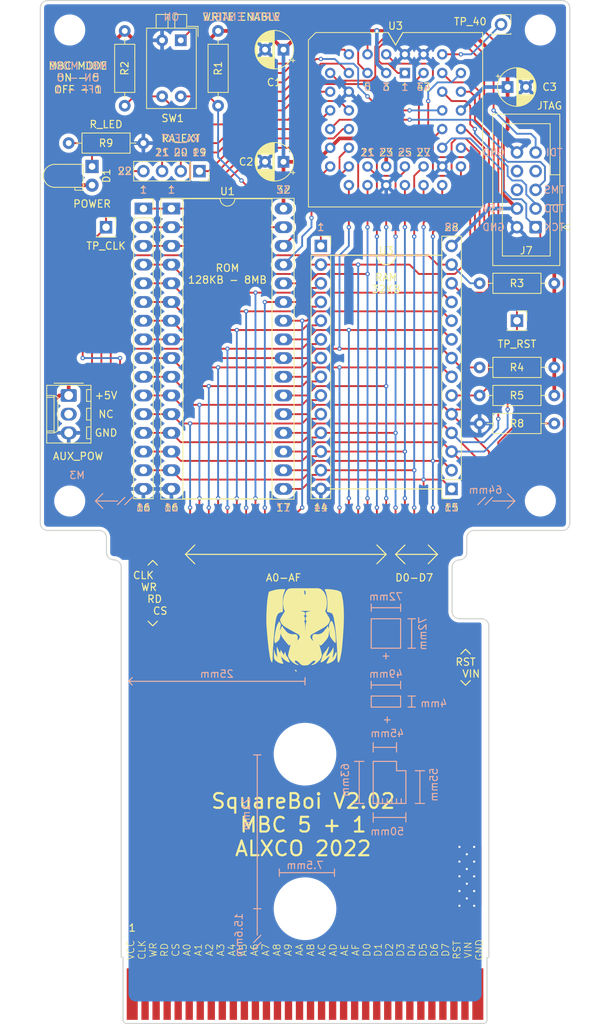
<source format=kicad_pcb>
(kicad_pcb (version 20211014) (generator pcbnew)
  (title_block (title "GBC Cartridge MITM breakout") (date "2017-09-16") (rev "1") (company "© Kyra 'nonchip' Zimmer / me@nonchip.de"))
  (layers (0 "F.Cu" signal) (31 "B.Cu" signal) (34 "B.Paste" user) (35 "F.Paste" user) (36 "B.SilkS" user "B.Silkscreen") (37 "F.SilkS" user "F.Silkscreen") (38 "B.Mask" user) (39 "F.Mask" user) (44 "Edge.Cuts" user))
  (net 0 "")
  (net 1 "+5V")
  (net 2 "GND")
  (net 3 "/D7")
  (net 4 "/D6")
  (net 5 "/D5")
  (net 6 "/D4")
  (net 7 "/D3")
  (net 8 "/D2")
  (net 9 "/D1")
  (net 10 "/D0")
  (net 11 "/A15")
  (net 12 "/A14")
  (net 13 "/A13")
  (net 14 "/A12")
  (net 15 "/A11")
  (net 16 "/A10")
  (net 17 "/A9")
  (net 18 "/A8")
  (net 19 "/A7")
  (net 20 "/A6")
  (net 21 "/A5")
  (net 22 "/A4")
  (net 23 "/A3")
  (net 24 "/A2")
  (net 25 "/A1")
  (net 26 "/A0")
  (net 27 "/TDI")
  (net 28 "/TMS")
  (net 29 "/TDO")
  (net 30 "/TCK")
  (net 31 "/RA17")
  (net 32 "/RA14")
  (net 33 "/RA15")
  (net 34 "/RA16")
  (net 35 "/RA18")
  (net 36 "/AA14")
  (net 37 "/AA13")
  (net 38 "Net-(D1-Pad1)")
  (net 39 "/GBCLK")
  (net 40 "/RS_N")
  (net 41 "/CS_N")
  (net 42 "/RD_N")
  (net 43 "/WR_N")
  (net 44 "/RAMCS_N")
  (net 45 "/ROMWR_N")
  (net 46 "/VIN")
  (net 47 "/RA22")
  (net 48 "/RA21")
  (net 49 "/RA20")
  (net 50 "/RA19")
  (net 51 "Net-(J7-Pad8)")
  (net 52 "Net-(J7-Pad6)")
  (net 53 "Net-(J7-Pad7)")
  (net 54 "Net-(J8-Pad2)")
  (net 55 "/MODE")
  (net 56 "/IO40")
  (footprint "Capacitor_THT:CP_Radial_D5.0mm_P2.50mm" (layer "F.Cu") (at 52.07 26.67 180)
    (fp_text reference "C1")
    (fp_text value "100n")
  )
  (footprint "Capacitor_THT:CP_Radial_D5.0mm_P2.50mm" (layer "F.Cu") (at 52.07 41.91 180)
    (fp_text reference "C2")
    (fp_text value "100n")
  )
  (footprint "GBCartParts:GB_CART_FINGERS" (layer "F.Cu") (at 55 155)
    (fp_text reference "J1" hide)
    (fp_text value "GB-CART" hide)
  )
  (footprint "Connector_IDC:IDC-Header_2x05_P2.54mm_Vertical" (layer "F.Cu") (at 86.36 50.8 180)
    (fp_text reference "J7")
    (fp_text value "JTAG")
  )
  (footprint "Connector_Molex:Molex_KK-254_AE-6410-03A_1x03_P2.54mm_Vertical" (layer "F.Cu") (at 22.86 73.66 -90)
    (fp_text reference "J8" hide)
    (fp_text value "AUX_POW")
  )
  (footprint "Package_DIP:DIP-32_W15.24mm_Socket_LongPads" (layer "F.Cu") (at 36.83 48.26)
    (fp_text reference "U1")
    (fp_text value "SST39SF040")
  )
  (footprint "Package_LCC:PLCC-44_THT-Socket" (layer "F.Cu") (at 68.58 29.845)
    (fp_text reference "U3")
    (fp_text value "ATF1502AS-PLCC")
  )
  (footprint "MountingHole:MountingHole_3.2mm_M3" (layer "F.Cu") (at 87 88)
    (fp_text reference "REF**" hide)
    (fp_text value "MountingHole_3.2mm_M3")
  )
  (footprint "MountingHole:MountingHole_3.2mm_M3" (layer "F.Cu") (at 23 88)
    (fp_text reference "REF**" hide)
    (fp_text value "MountingHole_3.2mm_M3")
  )
  (footprint "MountingHole:MountingHole_3.2mm_M3" (layer "F.Cu") (at 23 24)
    (fp_text reference "REF**" hide)
    (fp_text value "MountingHole_3.2mm_M3")
  )
  (footprint "MountingHole:MountingHole_3.2mm_M3" (layer "F.Cu") (at 87 24)
    (fp_text reference "REF**" hide)
    (fp_text value "MountingHole_3.2mm_M3")
  )
  (footprint "Connector_PinSocket_2.54mm:PinSocket_1x14_P2.54mm_Vertical" (layer "F.Cu") (at 57.15 53.34)
    (fp_text reference "J5" hide)
    (fp_text value "RAMC_L")
  )
  (footprint "Connector_PinSocket_2.54mm:PinSocket_1x14_P2.54mm_Vertical" (layer "F.Cu") (at 74.93 86.36 180)
    (fp_text reference "J6" hide)
    (fp_text value "RAMC_R")
  )
  (footprint "Connector_PinSocket_2.54mm:PinSocket_1x01_P2.54mm_Vertical" (layer "F.Cu") (at 81.661 23.241)
    (fp_text reference "J11" hide)
    (fp_text value "TP_40")
  )
  (footprint "Capacitor_THT:CP_Radial_D5.0mm_P2.50mm" (layer "F.Cu") (at 82.55 31.75)
    (fp_text reference "C3")
    (fp_text value "100n")
  )
  (footprint "Connector_PinSocket_2.54mm:PinSocket_1x01_P2.54mm_Vertical" (layer "F.Cu") (at 27.94 50.8)
    (fp_text reference "J10" hide)
    (fp_text value "TP_CLK")
  )
  (footprint "GBCartParts:logoboi" (layer "F.Cu") (at 55 105)
    (fp_text reference "G***" hide)
    (fp_text value "LOGO" hide)
  )
  (footprint "Connector_PinSocket_2.54mm:PinSocket_1x16_P2.54mm_Vertical" (layer "F.Cu") (at 33.02 48.26)
    (fp_text reference "J2" hide)
    (fp_text value "ROMC_L")
  )
  (footprint "Connector_PinSocket_2.54mm:PinSocket_1x04_P2.54mm_Vertical" (layer "F.Cu") (at 40.64 43.18 -90)
    (fp_text reference "J4" hide)
    (fp_text value "ROMC_C")
  )
  (footprint "Button_Switch_THT:SW_DIP_SPSTx02_Piano_10.8x6.64mm_W7.62mm_P2.54mm" (layer "F.Cu") (at 38.1 25.4 -90)
    (fp_text reference "SW1")
    (fp_text value "SW_DIP_x02")
  )
  (footprint "Resistor_THT:R_Axial_DIN0207_L6.3mm_D2.5mm_P10.16mm_Horizontal" (layer "F.Cu") (at 43.18 24.13 -90)
    (fp_text reference "R1")
    (fp_text value "20K")
  )
  (footprint "Resistor_THT:R_Axial_DIN0207_L6.3mm_D2.5mm_P10.16mm_Horizontal" (layer "F.Cu") (at 30.48 34.29 90)
    (fp_text reference "R2")
    (fp_text value "20K")
  )
  (footprint "Resistor_THT:R_Axial_DIN0207_L6.3mm_D2.5mm_P10.16mm_Horizontal" (layer "F.Cu") (at 88.9 58.42 180)
    (fp_text reference "R3")
    (fp_text value "20K")
  )
  (footprint "Resistor_THT:R_Axial_DIN0207_L6.3mm_D2.5mm_P10.16mm_Horizontal" (layer "F.Cu") (at 88.9 69.85 180)
    (fp_text reference "R4")
    (fp_text value "20K")
  )
  (footprint "Resistor_THT:R_Axial_DIN0207_L6.3mm_D2.5mm_P10.16mm_Horizontal" (layer "F.Cu") (at 88.9 73.66 180)
    (fp_text reference "R5")
    (fp_text value "20K")
  )
  (footprint "Resistor_THT:R_Axial_DIN0207_L6.3mm_D2.5mm_P10.16mm_Horizontal" (layer "F.Cu") (at 88.9 77.47 180)
    (fp_text reference "R8")
    (fp_text value "20K")
  )
  (footprint "Resistor_THT:R_Axial_DIN0207_L6.3mm_D2.5mm_P10.16mm_Horizontal" (layer "F.Cu") (at 22.86 39.37)
    (fp_text reference "R9")
    (fp_text value "20K")
  )
  (footprint "LED_THT:LED_D3.0mm_Horizontal_O1.27mm_Z2.0mm" (layer "F.Cu") (at 26.035 42.545 -90)
    (fp_text reference "D1")
    (fp_text value "LED")
  )
  (footprint "MountingHole:MountingHole_8.4mm_M8" (layer "F.Cu") (at 55 122.4)
    (fp_text reference "REF**" hide)
    (fp_text value "MountingHole_8.4mm_M8")
  )
  (footprint "MountingHole:MountingHole_8.4mm_M8" (layer "F.Cu") (at 55 143.4)
    (fp_text reference "REF**" hide)
    (fp_text value "MountingHole_8.4mm_M8")
  )
  (footprint "Connector_PinSocket_2.54mm:PinSocket_1x01_P2.54mm_Vertical" (layer "F.Cu") (at 83.82 63.5)
    (fp_text reference "J12" hide)
    (fp_text value "TP_RST")
  )
  (gr_line (start 64 104) (end 64 108) (layer "B.SilkS") (width 0.15))
  (gr_line (start 64.27 123.38) (end 67.445 123.38) (layer "B.SilkS") (width 0.15))
  (gr_line (start 64 116) (end 64 114.5) (layer "B.SilkS") (width 0.15))
  (gr_line (start 69 104) (end 70 104) (layer "B.SilkS") (width 0.15))
  (gr_line (start 68 103) (end 68 102) (layer "B.SilkS") (width 0.15))
  (gr_line (start 68 104) (end 64 104) (layer "B.SilkS") (width 0.15))
  (gr_line (start 64 114.5) (end 68 114.5) (layer "B.SilkS") (width 0.15))
  (gr_line (start 64 113) (end 68 113) (layer "B.SilkS") (width 0.15))
  (gr_line (start 30.5 88.5) (end 31.5 87.5) (layer "B.SilkS") (width 0.15))
  (gr_line (start 49 143.4) (end 48 143.4) (layer "B.SilkS") (width 0.15))
  (gr_line (start 64 108) (end 68 108) (layer "B.SilkS") (width 0.15))
  (gr_line (start 31 112.5) (end 31.5 112) (layer "B.SilkS") (width 0.15))
  (gr_line (start 83.54 88) (end 82.54 87) (layer "B.SilkS") (width 0.15))
  (gr_line (start 69.5 116) (end 69.5 114.5) (layer "B.SilkS") (width 0.15))
  (gr_line (start 64 103) (end 64 102) (layer "B.SilkS") (width 0.15))
  (gr_line (start 83.54 88) (end 82.54 89) (layer "B.SilkS") (width 0.15))
  (gr_line (start 79.5 87.5) (end 78.5 88.5) (layer "B.SilkS") (width 0.15))
  (gr_line (start 64.905 128.46) (end 64.905 129.095) (layer "B.SilkS") (width 0.15))
  (gr_line (start 67.445 122.11) (end 67.445 120.84) (layer "B.SilkS") (width 0.15))
  (gr_line (start 55 112.5) (end 31 112.5) (layer "B.SilkS") (width 0.15))
  (gr_line (start 59 139) (end 59 138) (layer "B.SilkS") (width 0.15))
  (gr_line (start 69.985 124.65) (end 71.255 124.65) (layer "B.SilkS") (width 0.15))
  (gr_line (start 65.54 128.46) (end 65.54 129.095) (layer "B.SilkS") (width 0.15))
  (gr_line (start 61.73 123.38) (end 63 123.38) (layer "B.SilkS") (width 0.15))
  (gr_line (start 68 113.5) (end 68 112.5) (layer "B.SilkS") (width 0.15))
  (gr_line (start 68.08 129.095) (end 68.08 128.46) (layer "B.SilkS") (width 0.15))
  (gr_line (start 51.5 138.5) (end 59 138.5) (layer "B.SilkS") (width 0.15))
  (gr_line (start 83.54 88) (end 80.54 88) (layer "B.SilkS") (width 0.15))
  (gr_line (start 64.27 129.095) (end 64.27 123.38) (layer "B.SilkS") (width 0.15))
  (gr_line (start 64 113.5) (end 64 112.5) (layer "B.SilkS") (width 0.15))
  (gr_line (start 69.985 129.095) (end 71.255 129.095) (layer "B.SilkS") (width 0.15))
  (gr_line (start 31 112.5) (end 31.5 113) (layer "B.SilkS") (width 0.15))
  (gr_line (start 68 116) (end 64 116) (layer "B.SilkS") (width 0.15))
  (gr_line (start 62.365 129.095) (end 62.365 123.38) (layer "B.SilkS") (width 0.15))
  (gr_line (start 26.5 88) (end 27.5 87) (layer "B.SilkS") (width 0.15))
  (gr_line (start 67.445 129.095) (end 67.445 128.46) (layer "B.SilkS") (width 0.15))
  (gr_line (start 48.5 147) (end 48.5 122.5) (layer "B.SilkS") (width 0.15))
  (gr_line (start 69 108) (end 70 108) (layer "B.SilkS") (width 0.15))
  (gr_line (start 66.81 129.095) (end 66.81 128.46) (layer "B.SilkS") (width 0.15))
  (gr_line (start 68 114.5) (end 68 116) (layer "B.SilkS") (width 0.15))
  (gr_line (start 51.5 139) (end 51.5 138) (layer "B.SilkS") (width 0.15))
  (gr_line (start 69 116) (end 70 116) (layer "B.SilkS") (width 0.15))
  (gr_line (start 55 112) (end 55 113) (layer "B.SilkS") (width 0.15))
  (gr_line (start 64 102.5) (end 68 102.5) (layer "B.SilkS") (width 0.15))
  (gr_line (start 61.73 129.095) (end 63 129.095) (layer "B.SilkS") (width 0.15))
  (gr_line (start 69 114.5) (end 70 114.5) (layer "B.SilkS") (width 0.15))
  (gr_line (start 68 108) (end 68 104) (layer "B.SilkS") (width 0.15))
  (gr_line (start 67.445 123.38) (end 67.445 124.65) (layer "B.SilkS") (width 0.15))
  (gr_line (start 80.5 87.5) (end 79.5 88.5) (layer "B.SilkS") (width 0.15))
  (gr_line (start 26.5 88) (end 27.5 89) (layer "B.SilkS") (width 0.15))
  (gr_line (start 68.715 129.095) (end 64.27 129.095) (layer "B.SilkS") (width 0.15))
  (gr_line (start 29.5 88.5) (end 30.5 87.5) (layer "B.SilkS") (width 0.15))
  (gr_line (start 64.27 121.475) (end 67.445 121.475) (layer "B.SilkS") (width 0.15))
  (gr_line (start 64.27 131) (end 68.715 131) (layer "B.SilkS") (width 0.15))
  (gr_line (start 68.715 130.365) (end 68.715 131.635) (layer "B.SilkS") (width 0.15))
  (gr_line (start 66.175 129.095) (end 66.175 128.46) (layer "B.SilkS") (width 0.15))
  (gr_line (start 70.62 124.65) (end 70.62 129.095) (layer "B.SilkS") (width 0.15))
  (gr_line (start 68.715 124.65) (end 68.715 129.095) (layer "B.SilkS") (width 0.15))
  (gr_line (start 69.5 108) (end 69.5 104) (layer "B.SilkS") (width 0.15))
  (gr_line (start 48 149) (end 49 148) (layer "B.SilkS") (width 0.15))
  (gr_line (start 26.5 88) (end 29.5 88) (layer "B.SilkS") (width 0.15))
  (gr_line (start 64.27 122.11) (end 64.27 120.84) (layer "B.SilkS") (width 0.15))
  (gr_line (start 48 148) (end 49 147) (layer "B.SilkS") (width 0.15))
  (gr_line (start 67.445 124.65) (end 68.715 124.65) (layer "B.SilkS") (width 0.15))
  (gr_line (start 49 122.5) (end 48 122.5) (layer "B.SilkS") (width 0.15))
  (gr_line (start 64.27 130.365) (end 64.27 131.635) (layer "B.SilkS") (width 0.15))
  (gr_line (start 40.005 93.98) (end 38.735 95.25) (layer "F.SilkS") (width 0.15))
  (gr_line (start 38.735 95.25) (end 40.005 96.52) (layer "F.SilkS") (width 0.15))
  (gr_line (start 73.025 95.25) (end 71.755 93.98) (layer "F.SilkS") (width 0.15))
  (gr_line (start 67.31 95.25) (end 68.58 93.98) (layer "F.SilkS") (width 0.15))
  (gr_line (start 34.29 104.965) (end 33.655 104.33) (layer "F.SilkS") (width 0.15))
  (gr_line (start 34.29 104.965) (end 34.925 104.33) (layer "F.SilkS") (width 0.15))
  (gr_line (start 76.835 108.14) (end 76.2 108.775) (layer "F.SilkS") (width 0.15))
  (gr_line (start 66.04 95.25) (end 64.77 93.98) (layer "F.SilkS") (width 0.15))
  (gr_line (start 76.835 108.14) (end 77.47 108.775) (layer "F.SilkS") (width 0.15))
  (gr_line (start 73.66 86.36) (end 58.42 86.36) (layer "F.SilkS") (width 0.15))
  (gr_line (start 67.31 95.25) (end 73.025 95.25) (layer "F.SilkS") (width 0.15))
  (gr_line (start 34.29 96.075) (end 34.925 96.71) (layer "F.SilkS") (width 0.15))
  (gr_line (start 67.31 95.25) (end 68.58 96.52) (layer "F.SilkS") (width 0.15))
  (gr_line (start 38.735 95.25) (end 66.04 95.25) (layer "F.SilkS") (width 0.15))
  (gr_arc (start 67.31 54.61) (mid 66.04 55.88) (end 64.77 54.61) (layer "F.SilkS") (width 0.15))
  (gr_line (start 53.7 111) (end 53.8 111.1) (layer "F.SilkS") (width 0.15))
  (gr_line (start 66.04 95.25) (end 64.77 96.52) (layer "F.SilkS") (width 0.15))
  (gr_line (start 34.29 96.075) (end 33.655 96.71) (layer "F.SilkS") (width 0.15))
  (gr_line (start 66.31 24.345) (end 67.31 26.035) (layer "F.SilkS") (width 0.15))
  (gr_line (start 76.835 113.03) (end 76.2 112.395) (layer "F.SilkS") (width 0.15))
  (gr_line (start 67.31 26.035) (end 68.31 24.345) (layer "F.SilkS") (width 0.15))
  (gr_line (start 77.47 112.395) (end 76.835 113.03) (layer "F.SilkS") (width 0.15))
  (gr_line (start 58.48 54.61) (end 73.66 54.61) (layer "F.SilkS") (width 0.15))
  (gr_line (start 73.025 95.25) (end 71.755 96.52) (layer "F.SilkS") (width 0.15))
  (gr_arc (start 79.75 158.5) (mid 79.603553 158.853553) (end 79.25 159) (layer "Edge.Cuts") (width 0.15))
  (gr_line (start 90 20) (end 20 20) (layer "Edge.Cuts") (width 0.15))
  (gr_arc (start 76 104) (mid 75.292893 103.707107) (end 75 103) (layer "Edge.Cuts") (width 0.15))
  (gr_line (start 30.75 159) (end 79.25 159) (layer "Edge.Cuts") (width 0.15))
  (gr_line (start 76 104) (end 79 104) (layer "Edge.Cuts") (width 0.15))
  (gr_line (start 80 150) (end 80 105) (layer "Edge.Cuts") (width 0.15))
  (gr_arc (start 19 21) (mid 19.292893 20.292893) (end 20 20) (layer "Edge.Cuts") (width 0.15))
  (gr_line (start 30.25 150) (end 30 150) (layer "Edge.Cuts") (width 0.15))
  (gr_arc (start 79 104) (mid 79.707107 104.292893) (end 80 105) (layer "Edge.Cuts") (width 0.15))
  (gr_line (start 79.75 150) (end 80 150) (layer "Edge.Cuts") (width 0.15))
  (gr_line (start 75 103) (end 75 97) (layer "Edge.Cuts") (width 0.15))
  (gr_arc (start 91 91) (mid 90.707107 91.707107) (end 90 92) (layer "Edge.Cuts") (width 0.15))
  (gr_arc (start 30.75 159) (mid 30.396447 158.853553) (end 30.25 158.5) (layer "Edge.Cuts") (width 0.15))
  (gr_line (start 30.25 150) (end 30.25 158.5) (layer "Edge.Cuts") (width 0.15))
  (gr_arc (start 75 97) (mid 75.292893 96.292893) (end 76 96) (layer "Edge.Cuts") (width 0.15))
  (gr_line (start 78 92) (end 79 92) (layer "Edge.Cuts") (width 0.15))
  (gr_line (start 30 150) (end 30 97) (layer "Edge.Cuts") (width 0.15))
  (gr_line (start 79.75 150) (end 79.75 158.5) (layer "Edge.Cuts") (width 0.15))
  (gr_line (start 91 91) (end 91 21) (layer "Edge.Cuts") (width 0.15))
  (gr_arc (start 90 20) (mid 90.707107 20.292893) (end 91 21) (layer "Edge.Cuts") (width 0.15))
  (gr_line (start 90 92) (end 79 92) (layer "Edge.Cuts") (width 0.15))
  (gr_arc (start 77 95) (mid 76.707107 95.707107) (end 76 96) (layer "Edge.Cuts") (width 0.15))
  (gr_arc (start 29 96) (mid 28.292893 95.707107) (end 28 95) (layer "Edge.Cuts") (width 0.15))
  (gr_arc (start 77 93) (mid 77.292893 92.292893) (end 78 92) (layer "Edge.Cuts") (width 0.15))
  (gr_arc (start 27 92) (mid 27.707107 92.292893) (end 28 93) (layer "Edge.Cuts") (width 0.15))
  (gr_line (start 28 93) (end 28 95) (layer "Edge.Cuts") (width 0.15))
  (gr_line (start 19 91) (end 19 21) (layer "Edge.Cuts") (width 0.15))
  (gr_line (start 77 95) (end 77 93) (layer "Edge.Cuts") (width 0.15))
  (gr_arc (start 29 96) (mid 29.707107 96.292893) (end 30 97) (layer "Edge.Cuts") (width 0.15))
  (gr_arc (start 20 92) (mid 19.292893 91.707107) (end 19 91) (layer "Edge.Cuts") (width 0.15))
  (gr_line (start 27 92) (end 20 92) (layer "Edge.Cuts") (width 0.15))
  (gr_text "72mm" (at 71 106 90) (layer "B.SilkS") (effects (font (size 1 1)) (justify mirror)))
  (gr_text "1" (at 33.02 45.72) (layer "B.SilkS") (effects (font (size 1 1)) (justify mirror)))
  (gr_text "16" (at 33.02 88.9) (layer "B.SilkS") (effects (font (size 1 1)) (justify mirror)))
  (gr_text "+" (at 66 109) (layer "B.SilkS") (effects (font (size 1 1)) (justify mirror)))
  (gr_text "GND" (at 80.645 40.64) (layer "B.SilkS") (effects (font (size 1 1)) (justify mirror)))
  (gr_text "63mm" (at 60.46 125.92 90) (layer "B.SilkS") (effects (font (size 1 1)) (justify mirror)))
  (gr_text "19" (at 40.64 40.64) (layer "B.SilkS") (effects (font (size 1 1)) (justify mirror)))
  (gr_text "ON" (at 36.83 22.225) (layer "B.SilkS") (effects (font (size 1 1)) (justify mirror)))
  (gr_text "M3" (at 24 84.5) (layer "B.SilkS") (effects (font (size 1 1)) (justify mirror)))
  (gr_text "21" (at 35.56 40.64) (layer "B.SilkS") (effects (font (size 1 1)) (justify mirror)))
  (gr_text "21" (at 63.5 40.64) (layer "B.SilkS") (effects (font (size 1 1)) (justify mirror)))
  (gr_text "+" (at 66.175 117.665) (layer "B.SilkS") (effects (font (size 1 1)) (justify mirror)))
  (gr_text "72mm" (at 66 101) (layer "B.SilkS") (effects (font (size 1 1)) (justify mirror)))
  (gr_text "28" (at 74.93 50.8) (layer "B.SilkS") (effects (font (size 1 1)) (justify mirror)))
  (gr_text "64mm" (at 79.54 86.5) (layer "B.SilkS") (effects (font (size 1 1)) (justify mirror)))
  (gr_text "17" (at 52.07 88.9) (layer "B.SilkS") (effects (font (size 1 1)) (justify mirror)))
  (gr_text "1" (at 68.58 31.75) (layer "B.SilkS") (effects (font (size 1 1)) (justify mirror)))
  (gr_text "55mm" (at 72.525 126.555 90) (layer "B.SilkS") (effects (font (size 1 1)) (justify mirror)))
  (gr_text "27" (at 71.12 40.64) (layer "B.SilkS") (effects (font (size 1 1)) (justify mirror)))
  (gr_text "15" (at 74.93 88.9) (layer "B.SilkS") (effects (font (size 1 1)) (justify mirror)))
  (gr_text "WRITE ENABLE" (at 46.355 22.225) (layer "B.SilkS") (effects (font (size 1 1)) (justify mirror)))
  (gr_text "45mm" (at 66.175 119.57) (layer "B.SilkS") (effects (font (size 1 1)) (justify mirror)))
  (gr_text "7.5mm" (at 55 137.5) (layer "B.SilkS") (effects (font (size 1 1)) (justify mirror)))
  (gr_text "1" (at 36.83 45.72) (layer "B.SilkS") (effects (font (size 1 1)) (justify mirror)))
  (gr_text "23" (at 66.04 40.64) (layer "B.SilkS") (effects (font (size 1 1)) (justify mirror)))
  (gr_text "14" (at 57.15 88.9) (layer "B.SilkS") (effects (font (size 1 1)) (justify mirror)))
  (gr_text "MBC MODE\nON - 5\nOFF - 1" (at 24.13 30.48) (layer "B.SilkS") (effects (font (size 1 1)) (justify mirror)))
  (gr_text "TMS" (at 88.9 45.72) (layer "B.SilkS") (effects (font (size 1 1)) (justify mirror)))
  (gr_text "49mm" (at 66 111.5) (layer "B.SilkS") (effects (font (size 1 1)) (justify mirror)))
  (gr_text "4mm" (at 72.5 115.5) (layer "B.SilkS") (effects (font (size 1 1)) (justify mirror)))
  (gr_text "+5V" (at 80.645 48.26) (layer "B.SilkS") (effects (font (size 1 1)) (justify mirror)))
  (gr_text "43" (at 71.12 31.75) (layer "B.SilkS") (effects (font (size 1 1)) (justify mirror)))
  (gr_text "50mm" (at 66.175 132.905) (layer "B.SilkS") (effects (font (size 1 1)) (justify mirror)))
  (gr_text "25mm" (at 43 111.5) (layer "B.SilkS") (effects (font (size 1 1)) (justify mirror)))
  (gr_text "TCK" (at 88.9 50.8) (layer "B.SilkS") (effects (font (size 1 1)) (justify mirror)))
  (gr_text "3" (at 66.04 31.75) (layer "B.SilkS") (effects (font (size 1 1)) (justify mirror)))
  (gr_text "22" (at 30.48 43.18) (layer "B.SilkS") (effects (font (size 1 1)) (justify mirror)))
  (gr_text "16" (at 36.83 88.9) (layer "B.SilkS") (effects (font (size 1 1)) (justify mirror)))
  (gr_text "TDI" (at 88.9 40.64) (layer "B.SilkS") (effects (font (size 1 1)) (justify mirror)))
  (gr_text "25" (at 68.58 40.64) (layer "B.SilkS") (effects (font (size 1 1)) (justify mirror)))
  (gr_text "20" (at 38.1 40.64) (layer "B.SilkS") (effects (font (size 1 1)) (justify mirror)))
  (gr_text "1" (at 57.15 50.8) (layer "B.SilkS") (effects (font (size 1 1)) (justify mirror)))
  (gr_text "15.6mm" (at 46 147 90) (layer "B.SilkS") (effects (font (size 1 1)) (justify mirror)))
  (gr_text "5" (at 63.5 31.75) (layer "B.SilkS") (effects (font (size 1 1)) (justify mirror)))
  (gr_text "TDO" (at 88.9 48.26) (layer "B.SilkS") (effects (font (size 1 1)) (justify mirror)))
  (gr_text "21mm" (at 47 130.5 90) (layer "B.SilkS") (effects (font (size 1 1)) (justify mirror)))
  (gr_text "32" (at 52.07 45.72) (layer "B.SilkS") (effects (font (size 1 1)) (justify mirror)))
  (gr_text "GND" (at 80.645 50.8) (layer "B.SilkS") (effects (font (size 1 1)) (justify mirror)))
  (gr_text "RA_EXT" (at 38.1 38.735) (layer "B.SilkS") (effects (font (size 1 1)) (justify mirror)))
  (gr_text "SquareBoi V2.02\nMBC 5 + 1\nALXCO 2022" (at 54.75 132) (layer "F.SilkS") (effects (font (size 2 2) (thickness 0.3))))
  (gr_text "VCC\nCLK\nWR\nRD\nCS\nA0\nA1\nA2\nA3\nA4\nA5\nA6\nA7\nA8\nA9\nAA\nAB\nAC\nAD\nAE\nAF\nD0\nD1\nD2\nD3\nD4\nD5\nD6\nD7\nRST\nVIN\nGND" (at 55 149 90) (layer "F.SilkS") (effects (font (size 0.95 0.95) (thickness 0.1))))
  (gr_text "1" (at 33.02 45.72) (layer "F.SilkS") (effects (font (size 1 1))))
  (gr_text "16" (at 33.02 88.9) (layer "F.SilkS") (effects (font (size 1 1))))
  (gr_text "A0-AF" (at 52.07 98.425) (layer "F.SilkS") (effects (font (size 1 1))))
  (gr_text "WRITE ENABLE" (at 46.355 22.225) (layer "F.SilkS") (effects (font (size 1 1))))
  (gr_text "5" (at 63.5 31.75) (layer "F.SilkS") (effects (font (size 1 1))))
  (gr_text "GND" (at 27.94 78.74) (layer "F.SilkS") (effects (font (size 1 1))))
  (gr_text "R_LED" (at 27.94 36.83) (layer "F.SilkS") (effects (font (size 1 1))))
  (gr_text "D0-D7" (at 69.85 98.425) (layer "F.SilkS") (effects (font (size 1 1))))
  (gr_text "17" (at 52.07 88.9) (layer "F.SilkS") (effects (font (size 1 1))))
  (gr_text "+5V" (at 27.94 73.66) (layer "F.SilkS") (effects (font (size 1 1))))
  (gr_text "1" (at 31.5 146) (layer "F.SilkS") (effects (font (size 1 1))))
  (gr_text "20" (at 38.1 40.64) (layer "F.SilkS") (effects (font (size 1 1))))
  (gr_text "43" (at 71.12 31.75) (layer "F.SilkS") (effects (font (size 1 1))))
  (gr_text "22" (at 30.48 43.18) (layer "F.SilkS") (effects (font (size 1 1))))
  (gr_text "21" (at 63.5 40.64) (layer "F.SilkS") (effects (font (size 1 1))))
  (gr_text "JTAG" (at 88.265 34.29) (layer "F.SilkS") (effects (font (size 1 1))))
  (gr_text "25" (at 68.58 40.64) (layer "F.SilkS") (effects (font (size 1 1))))
  (gr_text "32" (at 52.07 45.72) (layer "F.SilkS") (effects (font (size 1 1))))
  (gr_text "MBC MODE\nON - 5\nOFF - 1" (at 24.13 30.48) (layer "F.SilkS") (effects (font (size 1 1))))
  (gr_text "3" (at 66.04 31.75) (layer "F.SilkS") (effects (font (size 1 1))))
  (gr_text "1" (at 57.15 50.8) (layer "F.SilkS") (effects (font (size 1 1))))
  (gr_text "19" (at 40.64 40.64) (layer "F.SilkS") (effects (font (size 1 1))))
  (gr_text "23" (at 66.04 40.64) (layer "F.SilkS") (effects (font (size 1 1))))
  (gr_text "ROM\n128KB - 8MB" (at 44.45 57.15) (layer "F.SilkS") (effects (font (size 1 1))))
  (gr_text "28" (at 74.93 50.8) (layer "F.SilkS") (effects (font (size 1 1))))
  (gr_text "21" (at 35.56 40.64) (layer "F.SilkS") (effects (font (size 1 1))))
  (gr_text "TP_CLK" (at 27.94 53.34) (layer "F.SilkS") (effects (font (size 1 1))))
  (gr_text "27" (at 71.12 40.64) (layer "F.SilkS") (effects (font (size 1 1))))
  (gr_text "U3" (at 66.04 53.975) (layer "F.SilkS") (effects (font (size 1 1))))
  (gr_text "RA_EXT" (at 38.1 38.735) (layer "F.SilkS") (effects (font (size 1 1))))
  (gr_text "1" (at 68.58 31.75) (layer "F.SilkS") (effects (font (size 1 1))))
  (gr_text "14" (at 57.15 88.9) (layer "F.SilkS") (effects (font (size 1 1))))
  (gr_text "AUX_POW" (at 24.13 81.915) (layer "F.SilkS") (effects (font (size 1 1))))
  (gr_text "POWER" (at 26.035 47.625) (layer "F.SilkS") (effects (font (size 1 1))))
  (gr_text "RAM\n32KB" (at 66.04 58.42) (layer "F.SilkS") (effects (font (size 1 1))))
  (gr_text "RST\n  VIN" (at 76.835 110.68) (layer "F.SilkS") (effects (font (size 1 1))))
  (gr_text "16" (at 36.83 88.9) (layer "F.SilkS") (effects (font (size 1 1))))
  (gr_text "TP_40" (at 77.47 22.86) (layer "F.SilkS") (effects (font (size 1 1))))
  (gr_text "1" (at 36.83 45.72) (layer "F.SilkS") (effects (font (size 1 1))))
  (gr_text "CLK\n  WR\n     RD \n      CS" (at 33.02 100.52) (layer "F.SilkS") (effects (font (size 1 1))))
  (gr_text "NC" (at 27.94 76.2) (layer "F.SilkS") (effects (font (size 1 1))))
  (gr_text "15" (at 74.93 88.9) (layer "F.SilkS") (effects (font (size 1 1))))
  (segment (start 77.47 24.13) (end 82.55 29.21) (width 0.5) (layer "F.Cu") (net 1))
  (segment (start 88.9 34.925) (end 88.9 58.42) (width 0.5) (layer "F.Cu") (net 1))
  (segment (start 88.9 66.04) (end 88.9 69.85) (width 0.5) (layer "F.Cu") (net 1))
  (segment (start 43.18 24.13) (end 46.99 24.13) (width 0.5) (layer "F.Cu") (net 1))
  (segment (start 22.86 31.75) (end 30.48 24.13) (width 0.5) (layer "F.Cu") (net 1))
  (segment (start 59.69 38.735) (end 65.405 38.735) (width 0.5) (layer "F.Cu") (net 1))
  (segment (start 22.86 45.085) (end 22.86 43.18) (width 0.5) (layer "F.Cu") (net 1))
  (segment (start 83.82 48.26) (end 81.915 46.355) (width 0.5) (layer "F.Cu") (net 1))
  (segment (start 22.86 43.18) (end 20.955 41.275) (width 0.5) (layer "F.Cu") (net 1))
  (segment (start 82.55 33.655) (end 82.55 34.29) (width 0.5) (layer "F.Cu") (net 1))
  (segment (start 52.07 26.67) (end 49.53 24.13) (width 0.5) (layer "F.Cu") (net 1))
  (segment (start 27.305 85.725) (end 20.32 78.74) (width 0.5) (layer "F.Cu") (net 1))
  (segment (start 22.86 45.085) (end 26.035 45.085) (width 0.5) (layer "F.Cu") (net 1))
  (segment (start 52.07 26.67) (end 54.61 24.13) (width 0.5) (layer "F.Cu") (net 1))
  (segment (start 20.32 74.93) (end 21.59 73.66) (width 0.5) (layer "F.Cu") (net 1))
  (segment (start 20.955 41.275) (end 20.955 37.465) (width 0.5) (layer "F.Cu") (net 1))
  (segment (start 31.5 155) (end 31.5 146.3) (width 0.5) (layer "F.Cu") (net 1))
  (segment (start 21.59 73.66) (end 22.86 73.66) (width 0.5) (layer "F.Cu") (net 1))
  (segment (start 87.63 33.655) (end 88.9 34.925) (width 0.5) (layer "F.Cu") (net 1))
  (segment (start 31.5 146.3) (end 31.75 146.05) (width 0.5) (layer "F.Cu") (net 1))
  (segment (start 82.55 29.21) (end 82.55 31.75) (width 0.5) (layer "F.Cu") (net 1))
  (segment (start 58.42 40.005) (end 59.69 38.735) (width 0.5) (layer "F.Cu") (net 1))
  (segment (start 81.915 38.1) (end 82.55 37.465) (width 0.5) (layer "F.Cu") (net 1))
  (segment (start 88.9 73.66) (end 88.9 69.85) (width 0.5) (layer "F.Cu") (net 1))
  (segment (start 31.75 146.05) (end 31.75 94.615) (width 0.5) (layer "F.Cu") (net 1))
  (segment (start 33.655 27.305) (end 40.005 27.305) (width 0.5) (layer "F.Cu") (net 1))
  (segment (start 88.9 62.23) (end 88.9 66.04) (width 0.5) (layer "F.Cu") (net 1))
  (segment (start 52.07 41.91) (end 52.07 48.26) (width 0.5) (layer "F.Cu") (net 1))
  (segment (start 40.005 27.305) (end 43.18 24.13) (width 0.5) (layer "F.Cu") (net 1))
  (segment (start 46.99 24.13) (end 49.53 24.13) (width 0.5) (layer "F.Cu") (net 1))
  (segment (start 27.305 90.17) (end 27.305 85.725) (width 0.5) (layer "F.Cu") (net 1))
  (segment (start 31.75 94.615) (end 27.305 90.17) (width 0.5) (layer "F.Cu") (net 1))
  (segment (start 64.77 24.13) (end 77.47 24.13) (width 0.5) (layer "F.Cu") (net 1))
  (segment (start 56.515 41.91) (end 58.42 40.005) (width 0.5) (layer "F.Cu") (net 1))
  (segment (start 82.55 37.465) (end 82.55 34.29) (width 0.5) (layer "F.Cu") (net 1))
  (segment (start 20.955 37.465) (end 22.86 35.56) (width 0.5) (layer "F.Cu") (net 1))
  (segment (start 54.61 24.13) (end 64.77 24.13) (width 0.5) (layer "F.Cu") (net 1))
  (segment (start 81.915 46.355) (end 81.915 38.1) (width 0.5) (layer "F.Cu") (net 1))
  (segment (start 22.86 35.56) (end 22.86 31.75) (width 0.5) (layer "F.Cu") (net 1))
  (segment (start 88.9 58.42) (end 88.9 62.23) (width 0.5) (layer "F.Cu") (net 1))
  (segment (start 30.48 24.13) (end 33.655 27.305) (width 0.5) (layer "F.Cu") (net 1))
  (segment (start 82.55 33.655) (end 87.63 33.655) (width 0.5) (layer "F.Cu") (net 1))
  (segment (start 66.04 39.37) (end 66.04 42.545) (width 0.5) (layer "F.Cu") (net 1))
  (segment (start 22.86 71.12) (end 22.86 45.085) (width 0.5) (layer "F.Cu") (net 1))
  (segment (start 82.55 31.75) (end 82.55 33.655) (width 0.5) (layer "F.Cu") (net 1))
  (segment (start 65.405 38.735) (end 66.04 39.37) (width 0.5) (layer "F.Cu") (net 1))
  (segment (start 22.86 73.66) (end 22.86 71.12) (width 0.5) (layer "F.Cu") (net 1))
  (segment (start 20.32 78.74) (end 20.32 74.93) (width 0.5) (layer "F.Cu") (net 1))
  (segment (start 52.07 41.91) (end 56.515 41.91) (width 0.5) (layer "F.Cu") (net 1))
  (via (at 64.77 24.13) (size 0.8) (drill 0.4) (layers "F.Cu" "B.Cu") (net 1))
  (segment (start 64.77 28.575) (end 66.04 29.845) (width 0.5) (layer "B.Cu") (net 1))
  (segment (start 76.2 34.925) (end 79.375 31.75) (width 0.5) (layer "B.Cu") (net 1))
  (segment (start 79.375 31.75) (end 82.55 31.75) (width 0.5) (layer "B.Cu") (net 1))
  (segment (start 64.77 24.13) (end 64.77 28.575) (width 0.5) (layer "B.Cu") (net 1))
  (segment (start 52.07 26.67) (end 52.07 36.83) (width 0.5) (layer "B.Cu") (net 1))
  (segment (start 83.82 48.26) (end 80.01 48.26) (width 0.5) (layer "B.Cu") (net 1))
  (segment (start 52.07 36.83) (end 52.07 41.91) (width 0.5) (layer "B.Cu") (net 1))
  (segment (start 80.01 48.26) (end 74.93 53.34) (width 0.5) (layer "B.Cu") (net 1))
  (segment (start 77 144) (end 77 142) (width 0.5) (layer "F.Cu") (net 2))
  (segment (start 77 150) (end 77 146) (width 0.5) (layer "F.Cu") (net 2))
  (segment (start 77 138) (end 77 136) (width 0.5) (layer "F.Cu") (net 2))
  (segment (start 77 146) (end 77 144) (width 0.5) (layer "F.Cu") (net 2))
  (segment (start 77 140) (end 77 138) (width 0.5) (layer "F.Cu") (net 2))
  (segment (start 78.5 151.5) (end 77 150) (width 0.5) (layer "F.Cu") (net 2))
  (segment (start 78.5 155) (end 78.5 151.5) (width 0.5) (layer "F.Cu") (net 2))
  (segment (start 77 142) (end 77 140) (width 0.5) (layer "F.Cu") (net 2))
  (via (at 77 138) (size 0.6) (drill 0.3) (layers "F.Cu" "B.Cu") (net 2))
  (via (at 77 142) (size 0.6) (drill 0.3) (layers "F.Cu" "B.Cu") (net 2))
  (via (at 76 137) (size 0.6) (drill 0.3) (layers "F.Cu" "B.Cu") (net 2))
  (via (at 77 140) (size 0.6) (drill 0.3) (layers "F.Cu" "B.Cu") (net 2))
  (via (at 76 141) (size 0.6) (drill 0.3) (layers "F.Cu" "B.Cu") (net 2))
  (via (at 78 143) (size 0.6) (drill 0.3) (layers "F.Cu" "B.Cu") (net 2))
  (via (at 77 136) (size 0.6) (drill 0.3) (layers "F.Cu" "B.Cu") (net 2))
  (via (at 76 143) (size 0.6) (drill 0.3) (layers "F.Cu" "B.Cu") (net 2))
  (via (at 76 139) (size 0.6) (drill 0.3) (layers "F.Cu" "B.Cu") (net 2))
  (via (at 78 141) (size 0.6) (drill 0.3) (layers "F.Cu" "B.Cu") (net 2))
  (via (at 78 135) (size 0.6) (drill 0.3) (layers "F.Cu" "B.Cu") (net 2))
  (via (at 78 137) (size 0.6) (drill 0.3) (layers "F.Cu" "B.Cu") (net 2))
  (via (at 76 135) (size 0.6) (drill 0.3) (layers "F.Cu" "B.Cu") (net 2))
  (via (at 78 139) (size 0.6) (drill 0.3) (layers "F.Cu" "B.Cu") (net 2))
  (segment (start 55.245 28.388578) (end 55.245 25.4) (width 0.5) (layer "B.Cu") (net 2))
  (segment (start 59.581201 31.006201) (end 57.862623 31.006201) (width 0.5) (layer "B.Cu") (net 2))
  (segment (start 60.96 32.385) (end 64.135 35.56) (width 0.5) (layer "B.Cu") (net 2))
  (segment (start 73.66 42.545) (end 69.215 38.1) (width 0.5) (layer "B.Cu") (net 2))
  (segment (start 73.66 42.545) (end 76.2 45.085) (width 0.5) (layer "B.Cu") (net 2))
  (segment (start 76.2 45.085) (end 76.2 48.895) (width 0.5) (layer "B.Cu") (net 2))
  (segment (start 60.96 32.385) (end 59.581201 31.006201) (width 0.5) (layer "B.Cu") (net 2))
  (segment (start 71.12 27.305) (end 73.66 24.765) (width 0.5) (layer "B.Cu") (net 2))
  (segment (start 71.12 27.305) (end 69.85 28.575) (width 0.5) (layer "B.Cu") (net 2))
  (segment (start 57.862623 31.006201) (end 55.245 28.388578) (width 0.5) (layer "B.Cu") (net 2))
  (segment (start 73.66 24.765) (end 73.66 24.13) (width 0.5) (layer "B.Cu") (net 2))
  (segment (start 67.31 43.815) (end 67.31 39.37) (width 0.5) (layer "B.Cu") (net 2))
  (segment (start 69.85 28.575) (end 69.85 33.02) (width 0.5) (layer "B.Cu") (net 2))
  (segment (start 66.04 45.085) (end 66.04 48.895) (width 0.5) (layer "B.Cu") (net 2))
  (segment (start 66.04 45.085) (end 67.31 43.815) (width 0.5) (layer "B.Cu") (net 2))
  (segment (start 80.01 75.565) (end 80.645 74.93) (width 0.25) (layer "F.Cu") (net 3))
  (segment (start 79.37641 40.00641) (end 76.835 37.465) (width 0.25) (layer "F.Cu") (net 3))
  (segment (start 73.75 148.045) (end 73.025 147.32) (width 0.25) (layer "F.Cu") (net 3))
  (segment (start 76.835 37.465) (end 76.2 37.465) (width 0.25) (layer "F.Cu") (net 3))
  (segment (start 80.01 86.99218) (end 80.01 81.28) (width 0.25) (layer "F.Cu") (net 3))
  (segment (start 80.645 74.93) (end 80.645 67.945) (width 0.25) (layer "F.Cu") (net 3))
  (segment (start 79.375 66.675) (end 79.375 62.23) (width 0.25) (layer "F.Cu") (net 3))
  (segment (start 72.39 106.68) (end 72.39 94.61218) (width 0.25) (layer "F.Cu") (net 3))
  (segment (start 80.645 67.945) (end 79.375 66.675) (width 0.25) (layer "F.Cu") (net 3))
  (segment (start 79.37641 55.24359) (end 79.37641 40.00641) (width 0.25) (layer "F.Cu") (net 3))
  (segment (start 79.375 62.23) (end 81.28 60.325) (width 0.25) (layer "F.Cu") (net 3))
  (segment (start 55.245 76.2) (end 56.515 74.93) (width 0.25) (layer "F.Cu") (net 3))
  (segment (start 74.93 76.2) (end 75.565 75.565) (width 0.25) (layer "F.Cu") (net 3))
  (segment (start 56.515 74.93) (end 73.66 74.93) (width 0.25) (layer "F.Cu") (net 3))
  (segment (start 75.565 127.635) (end 75.565 109.855) (width 0.25) (layer "F.Cu") (net 3))
  (segment (start 75.565 75.565) (end 80.01 75.565) (width 0.25) (layer "F.Cu") (net 3))
  (segment (start 73.66 74.93) (end 74.93 76.2) (width 0.25) (layer "F.Cu") (net 3))
  (segment (start 80.01 81.28) (end 74.93 76.2) (width 0.25) (layer "F.Cu") (net 3))
  (segment (start 52.07 76.2) (end 55.245 76.2) (width 0.25) (layer "F.Cu") (net 3))
  (segment (start 73.025 130.175) (end 75.565 127.635) (width 0.25) (layer "F.Cu") (net 3))
  (segment (start 81.28 60.325) (end 81.28 57.14718) (width 0.25) (layer "F.Cu") (net 3))
  (segment (start 73.75 155) (end 73.75 148.045) (width 0.25) (layer "F.Cu") (net 3))
  (segment (start 73.025 147.32) (end 73.025 130.175) (width 0.25) (layer "F.Cu") (net 3))
  (segment (start 75.565 109.855) (end 72.39 106.68) (width 0.25) (layer "F.Cu") (net 3))
  (segment (start 81.28 57.14718) (end 79.37641 55.24359) (width 0.25) (layer "F.Cu") (net 3))
  (segment (start 72.39 94.61218) (end 80.01 86.99218) (width 0.25) (layer "F.Cu") (net 3))
  (segment (start 80.01 62.865) (end 81.915 60.96) (width 0.25) (layer "F.Cu") (net 4))
  (segment (start 80.012115 55.242885) (end 80.012115 38.102115) (width 0.25) (layer "F.Cu") (net 4))
  (segment (start 78.105 33.02) (end 77.47 32.385) (width 0.25) (layer "F.Cu") (net 4))
  (segment (start 72.25 148.73) (end 72.39 148.59) (width 0.25) (layer "F.Cu") (net 4))
  (segment (start 80.012115 38.102115) (end 78.105 36.195) (width 0.25) (layer "F.Cu") (net 4))
  (segment (start 80.01 66.04) (end 80.01 62.865) (width 0.25) (layer "F.Cu") (net 4))
  (segment (start 78.105 36.195) (end 78.105 33.02) (width 0.25) (layer "F.Cu") (net 4))
  (segment (start 72.39 148.59) (end 72.39 128.905) (width 0.25) (layer "F.Cu") (net 4))
  (segment (start 73.66 77.47) (end 74.93 78.74) (width 0.25) (layer "F.Cu") (net 4))
  (segment (start 77.47 32.385) (end 76.2 32.385) (width 0.25) (layer "F.Cu") (net 4))
  (segment (start 55.245 78.74) (end 56.515 77.47) (width 0.25) (layer "F.Cu") (net 4))
  (segment (start 71.755 107.95) (end 71.755 93.97718) (width 0.25) (layer "F.Cu") (net 4))
  (segment (start 71.755 93.97718) (end 76.83218 88.9) (width 0.25) (layer "F.Cu") (net 4))
  (segment (start 74.295 110.49) (end 71.755 107.95) (width 0.25) (layer "F.Cu") (net 4))
  (segment (start 78.105 87.63141) (end 78.105 87.63) (width 0.25) (layer "F.Cu") (net 4))
  (segment (start 74.295 127) (end 74.295 110.49) (width 0.25) (layer "F.Cu") (net 4))
  (segment (start 78.74 86.995) (end 78.74 82.55) (width 0.25) (layer "F.Cu") (net 4))
  (segment (start 76.83218 88.9) (end 76.83641 88.9) (width 0.25) (layer "F.Cu") (net 4))
  (segment (start 81.915 60.96) (end 81.915 57.14577) (width 0.25) (layer "F.Cu") (net 4))
  (segment (start 52.07 78.74) (end 55.245 78.74) (width 0.25) (layer "F.Cu") (net 4))
  (segment (start 81.28 67.31) (end 80.01 66.04) (width 0.25) (layer "F.Cu") (net 4))
  (segment (start 76.83641 88.9) (end 78.105 87.63141) (width 0.25) (layer "F.Cu") (net 4))
  (segment (start 72.39 128.905) (end 74.295 127) (width 0.25) (layer "F.Cu") (net 4))
  (segment (start 81.28 76.835) (end 81.28 67.31) (width 0.25) (layer "F.Cu") (net 4))
  (segment (start 78.105 87.63) (end 78.74 86.995) (width 0.25) (layer "F.Cu") (net 4))
  (segment (start 78.74 82.55) (end 74.93 78.74) (width 0.25) (layer "F.Cu") (net 4))
  (segment (start 56.515 77.47) (end 73.66 77.47) (width 0.25) (layer "F.Cu") (net 4))
  (segment (start 72.25 155) (end 72.25 148.73) (width 0.25) (layer "F.Cu") (net 4))
  (segment (start 81.915 57.14577) (end 80.012115 55.242885) (width 0.25) (layer "F.Cu") (net 4))
  (via (at 81.28 76.835) (size 0.6) (drill 0.3) (layers "F.Cu" "B.Cu") (net 4))
  (segment (start 74.93 78.74) (end 76.2 80.01) (width 0.25) (layer "B.Cu") (net 4))
  (segment (start 79.375 80.01) (end 81.28 78.105) (width 0.25) (layer "B.Cu") (net 4))
  (segment (start 81.28 78.105) (end 81.28 76.835) (width 0.25) (layer "B.Cu") (net 4))
  (segment (start 76.2 80.01) (end 79.375 80.01) (width 0.25) (layer "B.Cu") (net 4))
  (segment (start 77.47 83.82) (end 74.93 81.28) (width 0.25) (layer "F.Cu") (net 5))
  (segment (start 73.025 111.125) (end 71.12 109.22) (width 0.25) (layer "F.Cu") (net 5))
  (segment (start 73.025 126.365) (end 73.025 111.125) (width 0.25) (layer "F.Cu") (net 5))
  (segment (start 70.75 155) (end 70.75 148.325) (width 0.25) (layer "F.Cu") (net 5))
  (segment (start 80.645 63.5) (end 82.55 61.595) (width 0.25) (layer "F.Cu") (net 5))
  (segment (start 74.93 31.115) (end 73.66 29.845) (width 0.25) (layer "F.Cu") (net 5))
  (segment (start 71.12 93.345) (end 77.47 86.995) (width 0.25) (layer "F.Cu") (net 5))
  (segment (start 56.515 80.01) (end 73.66 80.01) (width 0.25) (layer "F.Cu") (net 5))
  (segment (start 80.64782 37.46782) (end 78.74 35.56) (width 0.25) (layer "F.Cu") (net 5))
  (segment (start 70.75 148.325) (end 71.755 147.32) (width 0.25) (layer "F.Cu") (net 5))
  (segment (start 80.645 65.405) (end 80.645 63.5) (width 0.25) (layer "F.Cu") (net 5))
  (segment (start 78.74 32.385) (end 77.47 31.115) (width 0.25) (layer "F.Cu") (net 5))
  (segment (start 71.755 147.32) (end 71.755 127.635) (width 0.25) (layer "F.Cu") (net 5))
  (segment (start 52.07 81.28) (end 55.245 81.28) (width 0.25) (layer "F.Cu") (net 5))
  (segment (start 82.55 75.565) (end 82.55 67.31) (width 0.25) (layer "F.Cu") (net 5))
  (segment (start 77.47 86.995) (end 77.47 83.82) (width 0.25) (layer "F.Cu") (net 5))
  (segment (start 80.64782 55.24218) (end 80.64782 37.46782) (width 0.25) (layer "F.Cu") (net 5))
  (segment (start 82.55 61.595) (end 82.55 57.14436) (width 0.25) (layer "F.Cu") (net 5))
  (segment (start 78.74 35.56) (end 78.74 32.385) (width 0.25) (layer "F.Cu") (net 5))
  (segment (start 73.66 80.01) (end 74.93 81.28) (width 0.25) (layer "F.Cu") (net 5))
  (segment (start 82.55 57.14436) (end 80.64782 55.24218) (width 0.25) (layer "F.Cu") (net 5))
  (segment (start 82.55 67.31) (end 80.645 65.405) (width 0.25) (layer "F.Cu") (net 5))
  (segment (start 55.245 81.28) (end 56.515 80.01) (width 0.25) (layer "F.Cu") (net 5))
  (segment (start 77.47 31.115) (end 74.93 31.115) (width 0.25) (layer "F.Cu") (net 5))
  (segment (start 71.12 109.22) (end 71.12 93.345) (width 0.25) (layer "F.Cu") (net 5))
  (segment (start 71.755 127.635) (end 73.025 126.365) (width 0.25) (layer "F.Cu") (net 5))
  (via (at 82.55 75.565) (size 0.6) (drill 0.3) (layers "F.Cu" "B.Cu") (net 5))
  (segment (start 79.375 81.28) (end 82.55 78.105) (width 0.25) (layer "B.Cu") (net 5))
  (segment (start 74.93 81.28) (end 79.375 81.28) (width 0.25) (layer "B.Cu") (net 5))
  (segment (start 82.55 78.105) (end 82.55 75.565) (width 0.25) (layer "B.Cu") (net 5))
  (segment (start 72.39 82.55) (end 73.66 82.55) (width 0.25) (layer "F.Cu") (net 6))
  (segment (start 72.39 90.805) (end 72.39 89.535) (width 0.25) (layer "F.Cu") (net 6))
  (segment (start 56.680998 82.55) (end 72.39 82.55) (width 0.25) (layer "F.Cu") (net 6))
  (segment (start 69.25 148.555) (end 71.12 146.685) (width 0.25) (layer "F.Cu") (net 6))
  (segment (start 70.485 110.49) (end 70.485 92.71) (width 0.25) (layer "F.Cu") (net 6))
  (segment (start 69.25 155) (end 69.25 148.555) (width 0.25) (layer "F.Cu") (net 6))
  (segment (start 73.66 82.55) (end 74.93 83.82) (width 0.25) (layer "F.Cu") (net 6))
  (segment (start 71.12 146.685) (end 71.12 126.365) (width 0.25) (layer "F.Cu") (net 6))
  (segment (start 55.245 83.82) (end 56.515 82.55) (width 0.25) (layer "F.Cu") (net 6))
  (segment (start 72.39 52.07) (end 72.39 51.435) (width 0.25) (layer "F.Cu") (net 6))
  (segment (start 76.2 47.625) (end 76.2 42.545) (width 0.25) (layer "F.Cu") (net 6))
  (segment (start 56.515 82.55) (end 56.680998 82.55) (width 0.25) (layer "F.Cu") (net 6))
  (segment (start 71.755 111.76) (end 70.485 110.49) (width 0.25) (layer "F.Cu") (net 6))
  (segment (start 71.755 125.73) (end 71.755 111.76) (width 0.25) (layer "F.Cu") (net 6))
  (segment (start 72.39 89.535) (end 72.39 88.9) (width 0.25) (layer "F.Cu") (net 6))
  (segment (start 52.07 83.82) (end 55.245 83.82) (width 0.25) (layer "F.Cu") (net 6))
  (segment (start 72.39 51.435) (end 76.2 47.625) (width 0.25) (layer "F.Cu") (net 6))
  (segment (start 70.485 92.71) (end 72.39 90.805) (width 0.25) (layer "F.Cu") (net 6))
  (segment (start 71.12 126.365) (end 71.755 125.73) (width 0.25) (layer "F.Cu") (net 6))
  (via (at 72.39 82.55) (size 0.6) (drill 0.3) (layers "F.Cu" "B.Cu") (net 6))
  (via (at 72.39 88.9) (size 0.6) (drill 0.3) (layers "F.Cu" "B.Cu") (net 6))
  (via (at 72.39 52.07) (size 0.6) (drill 0.3) (layers "F.Cu" "B.Cu") (net 6))
  (segment (start 72.39 82.55) (end 72.39 88.9) (width 0.25) (layer "B.Cu") (net 6))
  (segment (start 72.39 55.88) (end 72.39 52.07) (width 0.25) (layer "B.Cu") (net 6))
  (segment (start 72.39 82.55) (end 72.39 55.88) (width 0.25) (layer "B.Cu") (net 6))
  (segment (start 71.12 85.09) (end 73.66 85.09) (width 0.25) (layer "F.Cu") (net 7))
  (segment (start 70.485 112.395) (end 69.85 111.76) (width 0.25) (layer "F.Cu") (net 7))
  (segment (start 73.66 85.09) (end 74.93 86.36) (width 0.25) (layer "F.Cu") (net 7))
  (segment (start 70.485 146.05) (end 70.485 112.395) (width 0.25) (layer "F.Cu") (net 7))
  (segment (start 67.75 148.785) (end 70.485 146.05) (width 0.25) (layer "F.Cu") (net 7))
  (segment (start 71.12 50.165) (end 73.66 47.625) (width 0.25) (layer "F.Cu") (net 7))
  (segment (start 71.12 87.63) (end 71.12 85.09) (width 0.25) (layer "F.Cu") (net 7))
  (segment (start 71.12 50.8) (end 71.12 50.165) (width 0.25) (layer "F.Cu") (net 7))
  (segment (start 73.66 47.625) (end 73.66 45.085) (width 0.25) (layer "F.Cu") (net 7))
  (segment (start 69.85 92.075) (end 71.12 90.805) (width 0.25) (layer "F.Cu") (net 7))
  (segment (start 71.12 90.805) (end 71.12 87.63) (width 0.25) (layer "F.Cu") (net 7))
  (segment (start 69.85 111.76) (end 69.85 92.075) (width 0.25) (layer "F.Cu") (net 7))
  (segment (start 54.61 86.36) (end 55.88 85.09) (width 0.25) (layer "F.Cu") (net 7))
  (segment (start 67.75 155) (end 67.75 148.785) (width 0.25) (layer "F.Cu") (net 7))
  (segment (start 55.88 85.09) (end 71.12 85.09) (width 0.25) (layer "F.Cu") (net 7))
  (segment (start 52.07 86.36) (end 54.61 86.36) (width 0.25) (layer "F.Cu") (net 7))
  (via (at 71.12 50.8) (size 0.6) (drill 0.3) (layers "F.Cu" "B.Cu") (net 7))
  (via (at 71.12 85.09) (size 0.6) (drill 0.3) (layers "F.Cu" "B.Cu") (net 7))
  (segment (start 71.12 57.15) (end 71.12 50.8) (width 0.25) (layer "B.Cu") (net 7))
  (segment (start 71.12 85.09) (end 71.12 57.15) (width 0.25) (layer "B.Cu") (net 7))
  (segment (start 69.215 113.03) (end 69.215 91.44) (width 0.25) (layer "F.Cu") (net 8))
  (segment (start 69.85 113.665) (end 69.215 113.03) (width 0.25) (layer "F.Cu") (net 8))
  (segment (start 66.25 149.015) (end 69.85 145.415) (width 0.25) (layer "F.Cu") (net 8))
  (segment (start 66.25 155) (end 66.25 149.015) (width 0.25) (layer "F.Cu") (net 8))
  (segment (start 55.245 84.455) (end 56.515 84.455) (width 0.25) (layer "F.Cu") (net 8))
  (segment (start 69.85 49.53) (end 71.12 48.26) (width 0.25) (layer "F.Cu") (net 8))
  (segment (start 36.83 83.82) (end 33.02 83.82) (width 0.25) (layer "F.Cu") (net 8))
  (segment (start 36.83 83.82) (end 38.1 85.09) (width 0.25) (layer "F.Cu") (net 8))
  (segment (start 69.85 145.415) (end 69.85 113.665) (width 0.25) (layer "F.Cu") (net 8))
  (segment (start 54.61 85.09) (end 55.245 84.455) (width 0.25) (layer "F.Cu") (net 8))
  (segment (start 68.58 83.82) (end 69.85 83.82) (width 0.25) (layer "F.Cu") (net 8))
  (segment (start 69.85 52.07) (end 69.85 49.53) (width 0.25) (layer "F.Cu") (net 8))
  (segment (start 57.15 83.82) (end 68.58 83.82) (width 0.25) (layer "F.Cu") (net 8))
  (segment (start 69.215 91.44) (end 69.85 90.805) (width 0.25) (layer "F.Cu") (net 8))
  (segment (start 71.12 48.26) (end 71.12 45.085) (width 0.25) (layer "F.Cu") (net 8))
  (segment (start 56.515 84.455) (end 57.15 83.82) (width 0.25) (layer "F.Cu") (net 8))
  (segment (start 38.1 85.09) (end 54.61 85.09) (width 0.25) (layer "F.Cu") (net 8))
  (segment (start 69.85 90.805) (end 69.85 88.9) (width 0.25) (layer "F.Cu") (net 8))
  (via (at 69.85 52.07) (size 0.6) (drill 0.3) (layers "F.Cu" "B.Cu") (net 8))
  (via (at 69.85 88.9) (size 0.6) (drill 0.3) (layers "F.Cu" "B.Cu") (net 8))
  (via (at 69.85 83.82) (size 0.6) (drill 0.3) (layers "F.Cu" "B.Cu") (net 8))
  (segment (start 69.85 83.82) (end 69.85 88.9) (width 0.25) (layer "B.Cu") (net 8))
  (segment (start 69.85 83.82) (end 69.85 55.88) (width 0.25) (layer "B.Cu") (net 8))
  (segment (start 69.85 52.07) (end 69.85 55.88) (width 0.25) (layer "B.Cu") (net 8))
  (segment (start 64.75 155) (end 64.75 149.245) (width 0.25) (layer "F.Cu") (net 9))
  (segment (start 68.58 48.895) (end 69.85 47.625) (width 0.25) (layer "F.Cu") (net 9))
  (segment (start 56.515 81.915) (end 55.245 81.915) (width 0.25) (layer "F.Cu") (net 9))
  (segment (start 64.75 149.245) (end 68.58 145.415) (width 0.25) (layer "F.Cu") (net 9))
  (segment (start 67.31 81.28) (end 68.58 81.28) (width 0.25) (layer "F.Cu") (net 9))
  (segment (start 57.15 81.28) (end 67.31 81.28) (width 0.25) (layer "F.Cu") (net 9))
  (segment (start 55.245 81.915) (end 54.61 82.55) (width 0.25) (layer "F.Cu") (net 9))
  (segment (start 68.58 145.415) (end 68.58 87.63) (width 0.25) (layer "F.Cu") (net 9))
  (segment (start 36.83 81.28) (end 33.02 81.28) (width 0.25) (layer "F.Cu") (net 9))
  (segment (start 68.58 50.8) (end 68.58 48.895) (width 0.25) (layer "F.Cu") (net 9))
  (segment (start 69.85 47.625) (end 69.85 43.815) (width 0.25) (layer "F.Cu") (net 9))
  (segment (start 69.85 43.815) (end 71.12 42.545) (width 0.25) (layer "F.Cu") (net 9))
  (segment (start 57.15 81.28) (end 56.515 81.915) (width 0.25) (layer "F.Cu") (net 9))
  (segment (start 38.1 82.55) (end 54.61 82.55) (width 0.25) (layer "F.Cu") (net 9))
  (segment (start 36.83 81.28) (end 38.1 82.55) (width 0.25) (layer "F.Cu") (net 9))
  (via (at 68.58 50.8) (size 0.6) (drill 0.3) (layers "F.Cu" "B.Cu") (net 9))
  (via (at 68.58 87.63) (size 0.6) (drill 0.3) (layers "F.Cu" "B.Cu") (net 9))
  (via (at 68.58 81.28) (size 0.6) (drill 0.3) (layers "F.Cu" "B.Cu") (net 9))
  (segment (start 68.58 81.28) (end 68.58 57.15) (width 0.25) (layer "B.Cu") (net 9))
  (segment (start 68.58 81.28) (end 68.58 87.63) (width 0.25) (layer "B.Cu") (net 9))
  (segment (start 68.58 57.15) (end 68.58 50.8) (width 0.25) (layer "B.Cu") (net 9))
  (segment (start 67.31 145.415) (end 67.31 88.9) (width 0.25) (layer "F.Cu") (net 10))
  (segment (start 67.31 48.895) (end 68.58 47.625) (width 0.25) (layer "F.Cu") (net 10))
  (segment (start 36.83 78.74) (end 38.1 80.01) (width 0.25) (layer "F.Cu") (net 10))
  (segment (start 55.245 79.375) (end 56.515 79.375) (width 0.25) (layer "F.Cu") (net 10))
  (segment (start 63.25 149.475) (end 67.31 145.415) (width 0.25) (layer "F.Cu") (net 10))
  (segment (start 38.1 80.01) (end 54.61 80.01) (width 0.25) (layer "F.Cu") (net 10))
  (segment (start 63.25 155) (end 63.25 149.475) (width 0.25) (layer "F.Cu") (net 10))
  (segment (start 56.515 79.375) (end 57.15 78.74) (width 0.25) (layer "F.Cu") (net 10))
  (segment (start 54.61 80.01) (end 55.245 79.375) (width 0.25) (layer "F.Cu") (net 10))
  (segment (start 67.31 52.07) (end 67.31 48.895) (width 0.25) (layer "F.Cu") (net 10))
  (segment (start 68.58 47.625) (end 68.58 45.085) (width 0.25) (layer "F.Cu") (net 10))
  (segment (start 36.83 78.74) (end 33.02 78.74) (width 0.25) (layer "F.Cu") (net 10))
  (segment (start 66.04 78.74) (end 67.31 78.74) (width 0.25) (layer "F.Cu") (net 10))
  (segment (start 57.15 78.74) (end 66.04 78.74) (width 0.25) (layer "F.Cu") (net 10))
  (via (at 67.31 88.9) (size 0.6) (drill 0.3) (layers "F.Cu" "B.Cu") (net 10))
  (via (at 67.31 78.74) (size 0.6) (drill 0.3) (layers "F.Cu" "B.Cu") (net 10))
  (via (at 67.31 52.07) (size 0.6) (drill 0.3) (layers "F.Cu" "B.Cu") (net 10))
  (segment (start 67.31 78.74) (end 67.31 55.88) (width 0.25) (layer "B.Cu") (net 10))
  (segment (start 67.31 78.74) (end 67.31 88.9) (width 0.25) (layer "B.Cu") (net 10))
  (segment (start 67.31 55.88) (end 67.31 52.07) (width 0.25) (layer "B.Cu") (net 10))
  (segment (start 52.07 73.66) (end 55.245 73.66) (width 0.25) (layer "F.Cu") (net 11))
  (segment (start 67.31 45.72) (end 67.31 44.45) (width 0.25) (layer "F.Cu") (net 11))
  (segment (start 67.31 44.45) (end 68.58 43.18) (width 0.25) (layer "F.Cu") (net 11))
  (segment (start 55.245 73.66) (end 56.515 72.39) (width 0.25) (layer "F.Cu") (net 11))
  (segment (start 66.04 46.99) (end 67.31 45.72) (width 0.25) (layer "F.Cu") (net 11))
  (segment (start 56.515 72.39) (end 57.15 72.39) (width 0.25) (layer "F.Cu") (net 11))
  (segment (start 61.75 155) (end 61.75 149.705) (width 0.25) (layer "F.Cu") (net 11))
  (segment (start 66.04 145.415) (end 66.04 87.63) (width 0.25) (layer "F.Cu") (net 11))
  (segment (start 68.58 43.18) (end 68.58 42.545) (width 0.25) (layer "F.Cu") (net 11))
  (segment (start 57.15 72.39) (end 66.04 72.39) (width 0.25) (layer "F.Cu") (net 11))
  (segment (start 61.75 149.705) (end 66.04 145.415) (width 0.25) (layer "F.Cu") (net 11))
  (segment (start 66.04 50.8) (end 66.04 46.99) (width 0.25) (layer "F.Cu") (net 11))
  (via (at 66.04 50.8) (size 0.6) (drill 0.3) (layers "F.Cu" "B.Cu") (net 11))
  (via (at 66.04 72.39) (size 0.6) (drill 0.3) (layers "F.Cu" "B.Cu") (net 11))
  (via (at 66.04 87.63) (size 0.6) (drill 0.3) (layers "F.Cu" "B.Cu") (net 11))
  (segment (start 66.04 50.8) (end 66.04 57.15) (width 0.25) (layer "B.Cu") (net 11))
  (segment (start 66.04 72.39) (end 66.04 87.63) (width 0.25) (layer "B.Cu") (net 11))
  (segment (start 66.04 72.39) (end 66.04 57.15) (width 0.25) (layer "B.Cu") (net 11))
  (segment (start 64.77 43.815) (end 63.5 42.545) (width 0.25) (layer "F.Cu") (net 12))
  (segment (start 60.25 155) (end 60.25 149.935) (width 0.25) (layer "F.Cu") (net 12))
  (segment (start 64.77 52.07) (end 64.77 43.815) (width 0.25) (layer "F.Cu") (net 12))
  (segment (start 60.25 149.935) (end 64.77 145.415) (width 0.25) (layer "F.Cu") (net 12))
  (segment (start 64.77 145.415) (end 64.77 88.9) (width 0.25) (layer "F.Cu") (net 12))
  (via (at 64.77 52.07) (size 0.6) (drill 0.3) (layers "F.Cu" "B.Cu") (net 12))
  (via (at 64.77 88.9) (size 0.6) (drill 0.3) (layers "F.Cu" "B.Cu") (net 12))
  (segment (start 64.77 55.88) (end 64.77 88.9) (width 0.25) (layer "B.Cu") (net 12))
  (segment (start 64.77 55.88) (end 64.77 52.07) (width 0.25) (layer "B.Cu") (net 12))
  (segment (start 58.75 150.165) (end 63.5 145.415) (width 0.25) (layer "F.Cu") (net 13))
  (segment (start 55.410998 58.42) (end 56.680998 57.15) (width 0.25) (layer "F.Cu") (net 13))
  (segment (start 58.75 155) (end 58.75 150.165) (width 0.25) (layer "F.Cu") (net 13))
  (segment (start 56.680998 57.15) (end 63.5 57.15) (width 0.25) (layer "F.Cu") (net 13))
  (segment (start 52.07 58.42) (end 55.410998 58.42) (width 0.25) (layer "F.Cu") (net 13))
  (segment (start 63.5 145.415) (end 63.5 87.63) (width 0.25) (layer "F.Cu") (net 13))
  (segment (start 63.5 50.8) (end 63.5 45.085) (width 0.25) (layer "F.Cu") (net 13))
  (via (at 63.5 57.15) (size 0.6) (drill 0.3) (layers "F.Cu" "B.Cu") (net 13))
  (via (at 63.5 87.63) (size 0.6) (drill 0.3) (layers "F.Cu" "B.Cu") (net 13))
  (via (at 63.5 50.8) (size 0.6) (drill 0.3) (layers "F.Cu" "B.Cu") (net 13))
  (segment (start 63.5 50.8) (end 63.5 57.15) (width 0.25) (layer "B.Cu") (net 13))
  (segment (start 63.5 57.15) (end 63.5 87.63) (width 0.25) (layer "B.Cu") (net 13))
  (segment (start 57.15 55.88) (end 62.23 55.88) (width 0.25) (layer "F.Cu") (net 14))
  (segment (start 74.93 41.91) (end 74.93 43.18) (width 0.25) (layer "F.Cu") (net 14))
  (segment (start 75.565 41.275) (end 74.93 41.91) (width 0.25) (layer "F.Cu") (net 14))
  (segment (start 74.295 43.815) (end 73.025 43.815) (width 0.25) (layer "F.Cu") (net 14))
  (segment (start 38.1 57.15) (end 54.61 57.15) (width 0.25) (layer "F.Cu") (net 14))
  (segment (start 62.23 145.415) (end 62.23 88.9) (width 0.25) (layer "F.Cu") (net 14))
  (segment (start 55.88 55.88) (end 57.15 55.88) (width 0.25) (layer "F.Cu") (net 14))
  (segment (start 71.755 41.275) (end 71.755 33.655) (width 0.25) (layer "F.Cu") (net 14))
  (segment (start 70.485 57.15) (end 75.399002 57.15) (width 0.25) (layer "F.Cu") (net 14))
  (segment (start 72.39 41.91) (end 71.755 41.275) (width 0.25) (layer "F.Cu") (net 14))
  (segment (start 57.25 150.395) (end 62.23 145.415) (width 0.25) (layer "F.Cu") (net 14))
  (segment (start 72.39 43.18) (end 72.39 41.91) (width 0.25) (layer "F.Cu") (net 14))
  (segment (start 76.835 41.275) (end 75.565 41.275) (width 0.25) (layer "F.Cu") (net 14))
  (segment (start 54.61 57.15) (end 55.88 55.88) (width 0.25) (layer "F.Cu") (net 14))
  (segment (start 69.215 55.88) (end 70.485 57.15) (width 0.25) (layer "F.Cu") (net 14))
  (segment (start 62.23 55.88) (end 69.215 55.88) (width 0.25) (layer "F.Cu") (net 14))
  (segment (start 77.47 42.545) (end 77.47 41.91) (width 0.25) (layer "F.Cu") (net 14))
  (segment (start 77.47 55.079002) (end 77.47 42.545) (width 0.25) (layer "F.Cu") (net 14))
  (segment (start 75.399002 57.15) (end 77.47 55.079002) (width 0.25) (layer "F.Cu") (net 14))
  (segment (start 77.47 41.91) (end 76.835 41.275) (width 0.25) (layer "F.Cu") (net 14))
  (segment (start 36.83 55.88) (end 38.1 57.15) (width 0.25) (layer "F.Cu") (net 14))
  (segment (start 74.93 43.18) (end 74.295 43.815) (width 0.25) (layer "F.Cu") (net 14))
  (segment (start 57.25 155) (end 57.25 150.395) (width 0.25) (layer "F.Cu") (net 14))
  (segment (start 73.025 43.815) (end 72.39 43.18) (width 0.25) (layer "F.Cu") (net 14))
  (segment (start 36.83 55.88) (end 33.02 55.88) (width 0.25) (layer "F.Cu") (net 14))
  (via (at 62.23 55.88) (size 0.6) (drill 0.3) (layers "F.Cu" "B.Cu") (net 14))
  (via (at 71.755 33.655) (size 0.6) (drill 0.3) (layers "F.Cu" "B.Cu") (net 14))
  (via (at 62.23 88.9) (size 0.6) (drill 0.3) (layers "F.Cu" "B.Cu") (net 14))
  (segment (start 71.755 33.655) (end 71.755 32.385) (width 0.25) (layer "B.Cu") (net 14))
  (segment (start 73.025 31.115) (end 74.93 31.115) (width 0.25) (layer "B.Cu") (net 14))
  (segment (start 62.23 55.88) (end 62.23 88.9) (width 0.25) (layer "B.Cu") (net 14))
  (segment (start 74.93 31.115) (end 76.2 29.845) (width 0.25) (layer "B.Cu") (net 14))
  (segment (start 71.755 32.385) (end 73.025 31.115) (width 0.25) (layer "B.Cu") (net 14))
  (segment (start 60.96 64.77) (end 73.66 64.77) (width 0.25) (layer "F.Cu") (net 15))
  (segment (start 55.75 150.625) (end 60.96 145.415) (width 0.25) (layer "F.Cu") (net 15))
  (segment (start 55.75 155) (end 55.75 150.625) (width 0.25) (layer "F.Cu") (net 15))
  (segment (start 56.515 64.77) (end 60.96 64.77) (width 0.25) (layer "F.Cu") (net 15))
  (segment (start 55.245 66.04) (end 56.515 64.77) (width 0.25) (layer "F.Cu") (net 15))
  (segment (start 73.66 64.77) (end 74.93 66.04) (width 0.25) (layer "F.Cu") (net 15))
  (segment (start 60.96 145.415) (end 60.96 87.63) (width 0.25) (layer "F.Cu") (net 15))
  (segment (start 52.07 66.04) (end 55.245 66.04) (width 0.25) (layer "F.Cu") (net 15))
  (via (at 60.96 64.77) (size 0.6) (drill 0.3) (layers "F.Cu" "B.Cu") (net 15))
  (via (at 60.96 87.63) (size 0.6) (drill 0.3) (layers "F.Cu" "B.Cu") (net 15))
  (segment (start 60.96 64.77) (end 60.96 87.63) (width 0.25) (layer "B.Cu") (net 15))
  (segment (start 54.25 155) (end 54.25 150.855) (width 0.25) (layer "F.Cu") (net 16))
  (segment (start 55.245 71.12) (end 56.515 69.85) (width 0.25) (layer "F.Cu") (net 16))
  (segment (start 56.515 69.85) (end 73.66 69.85) (width 0.25) (layer "F.Cu") (net 16))
  (segment (start 52.07 71.12) (end 55.245 71.12) (width 0.25) (layer "F.Cu") (net 16))
  (segment (start 54.25 150.855) (end 59.69 145.415) (width 0.25) (layer "F.Cu") (net 16))
  (segment (start 73.66 69.85) (end 74.93 71.12) (width 0.25) (layer "F.Cu") (net 16))
  (segment (start 59.69 113.03) (end 59.69 88.9) (width 0.25) (layer "F.Cu") (net 16))
  (segment (start 59.69 145.415) (end 59.69 113.03) (width 0.25) (layer "F.Cu") (net 16))
  (via (at 59.69 88.9) (size 0.6) (drill 0.3) (layers "F.Cu" "B.Cu") (net 16))
  (via (at 59.69 69.85) (size 0.6) (drill 0.3) (layers "F.Cu" "B.Cu") (net 16))
  (segment (start 59.69 88.9) (end 59.69 69.85) (width 0.25) (layer "B.Cu") (net 16))
  (segment (start 50.8 92.71) (end 51.435 92.075) (width 0.25) (layer "F.Cu") (net 17))
  (segment (start 50.165 114.3) (end 50.8 113.665) (width 0.25) (layer "F.Cu") (net 17))
  (segment (start 51.435 92.075) (end 54.61 88.9) (width 0.25) (layer "F.Cu") (net 17))
  (segment (start 52.07 63.5) (end 54.61 63.5) (width 0.25) (layer "F.Cu") (net 17))
  (segment (start 50.8 113.665) (end 50.8 92.71) (width 0.25) (layer "F.Cu") (net 17))
  (segment (start 54.61 63.5) (end 55.245 63.5) (width 0.25) (layer "F.Cu") (net 17))
  (segment (start 56.515 62.23) (end 73.66 62.23) (width 0.25) (layer "F.Cu") (net 17))
  (segment (start 73.66 62.23) (end 74.93 63.5) (width 0.25) (layer "F.Cu") (net 17))
  (segment (start 50.165 147.32) (end 50.165 114.3) (width 0.25) (layer "F.Cu") (net 17))
  (segment (start 52.75 149.905) (end 50.165 147.32) (width 0.25) (layer "F.Cu") (net 17))
  (segment (start 52.75 155) (end 52.75 149.905) (width 0.25) (layer "F.Cu") (net 17))
  (segment (start 55.245 63.5) (end 56.515 62.23) (width 0.25) (layer "F.Cu") (net 17))
  (via (at 54.61 88.9) (size 0.6) (drill 0.3) (layers "F.Cu" "B.Cu") (net 17))
  (via (at 54.61 63.5) (size 0.6) (drill 0.3) (layers "F.Cu" "B.Cu") (net 17))
  (segment (start 54.61 88.9) (end 54.61 63.5) (width 0.25) (layer "B.Cu") (net 17))
  (segment (start 49.53 95.885) (end 49.53 88.9) (width 0.25) (layer "F.Cu") (net 18))
  (segment (start 52.07 60.96) (end 49.53 60.96) (width 0.25) (layer "F.Cu") (net 18))
  (segment (start 52.07 60.96) (end 55.245 60.96) (width 0.25) (layer "F.Cu") (net 18))
  (segment (start 51.25 155) (end 51.25 150.31) (width 0.25) (layer "F.Cu") (net 18))
  (segment (start 56.515 59.69) (end 73.66 59.69) (width 0.25) (layer "F.Cu") (net 18))
  (segment (start 73.66 59.69) (end 74.93 60.96) (width 0.25) (layer "F.Cu") (net 18))
  (segment (start 51.25 150.31) (end 48.895 147.955) (width 0.25) (layer "F.Cu") (net 18))
  (segment (start 55.245 60.96) (end 56.515 59.69) (width 0.25) (layer "F.Cu") (net 18))
  (segment (start 48.895 147.955) (end 48.895 96.52) (width 0.25) (layer "F.Cu") (net 18))
  (segment (start 48.895 96.52) (end 49.53 95.885) (width 0.25) (layer "F.Cu") (net 18))
  (via (at 49.53 60.96) (size 0.6) (drill 0.3) (layers "F.Cu" "B.Cu") (net 18))
  (via (at 49.53 88.9) (size 0.6) (drill 0.3) (layers "F.Cu" "B.Cu") (net 18))
  (segment (start 49.53 88.9) (end 49.53 60.96) (width 0.25) (layer "B.Cu") (net 18))
  (segment (start 54.61 59.69) (end 55.245 59.055) (width 0.25) (layer "F.Cu") (net 19))
  (segment (start 47.625 148.59) (end 47.625 95.885) (width 0.25) (layer "F.Cu") (net 19))
  (segment (start 38.1 59.69) (end 54.61 59.69) (width 0.25) (layer "F.Cu") (net 19))
  (segment (start 55.245 59.055) (end 56.515 59.055) (width 0.25) (layer "F.Cu") (net 19))
  (segment (start 48.26 95.25) (end 48.26 87.63) (width 0.25) (layer "F.Cu") (net 19))
  (segment (start 49.75 155) (end 49.75 150.715) (width 0.25) (layer "F.Cu") (net 19))
  (segment (start 36.83 58.42) (end 38.1 59.69) (width 0.25) (layer "F.Cu") (net 19))
  (segment (start 49.75 150.715) (end 47.625 148.59) (width 0.25) (layer "F.Cu") (net 19))
  (segment (start 36.83 58.42) (end 33.02 58.42) (width 0.25) (layer "F.Cu") (net 19))
  (segment (start 47.625 95.885) (end 48.26 95.25) (width 0.25) (layer "F.Cu") (net 19))
  (segment (start 56.515 59.055) (end 57.15 58.42) (width 0.25) (layer "F.Cu") (net 19))
  (via (at 48.26 87.63) (size 0.6) (drill 0.3) (layers "F.Cu" "B.Cu") (net 19))
  (via (at 48.26 59.69) (size 0.6) (drill 0.3) (layers "F.Cu" "B.Cu") (net 19))
  (segment (start 48.26 87.63) (end 48.26 59.69) (width 0.25) (layer "B.Cu") (net 19))
  (segment (start 36.83 60.96) (end 33.02 60.96) (width 0.25) (layer "F.Cu") (net 20))
  (segment (start 46.355 148.59) (end 46.355 95.25) (width 0.25) (layer "F.Cu") (net 20))
  (segment (start 56.515 61.595) (end 57.15 60.96) (width 0.25) (layer "F.Cu") (net 20))
  (segment (start 46.99 94.615) (end 46.99 88.92) (width 0.25) (layer "F.Cu") (net 20))
  (segment (start 38.1 62.23) (end 54.61 62.23) (width 0.25) (layer "F.Cu") (net 20))
  (segment (start 46.355 95.25) (end 46.99 94.615) (width 0.25) (layer "F.Cu") (net 20))
  (segment (start 55.245 61.595) (end 56.515 61.595) (width 0.25) (layer "F.Cu") (net 20))
  (segment (start 48.25 150.485) (end 46.355 148.59) (width 0.25) (layer "F.Cu") (net 20))
  (segment (start 36.83 60.96) (end 38.1 62.23) (width 0.25) (layer "F.Cu") (net 20))
  (segment (start 48.25 155) (end 48.25 150.485) (width 0.25) (layer "F.Cu") (net 20))
  (segment (start 54.61 62.23) (end 55.245 61.595) (width 0.25) (layer "F.Cu") (net 20))
  (via (at 46.99 88.92) (size 0.6) (drill 0.3) (layers "F.Cu" "B.Cu") (net 20))
  (via (at 46.99 62.23) (size 0.6) (drill 0.3) (layers "F.Cu" "B.Cu") (net 20))
  (segment (start 46.99 88.92) (end 46.99 62.23) (width 0.25) (layer "B.Cu") (net 20))
  (segment (start 54.61 64.77) (end 55.245 64.135) (width 0.25) (layer "F.Cu") (net 21))
  (segment (start 56.515 64.135) (end 57.15 63.5) (width 0.25) (layer "F.Cu") (net 21))
  (segment (start 36.83 63.5) (end 38.1 64.77) (width 0.25) (layer "F.Cu") (net 21))
  (segment (start 46.75 155) (end 46.75 150.255) (width 0.25) (layer "F.Cu") (net 21))
  (segment (start 45.72 93.98) (end 45.72 87.63) (width 0.25) (layer "F.Cu") (net 21))
  (segment (start 46.75 150.255) (end 45.085 148.59) (width 0.25) (layer "F.Cu") (net 21))
  (segment (start 36.83 63.5) (end 33.02 63.5) (width 0.25) (layer "F.Cu") (net 21))
  (segment (start 45.085 148.59) (end 45.085 94.615) (width 0.25) (layer "F.Cu") (net 21))
  (segment (start 38.1 64.77) (end 54.61 64.77) (width 0.25) (layer "F.Cu") (net 21))
  (segment (start 45.085 94.615) (end 45.72 93.98) (width 0.25) (layer "F.Cu") (net 21))
  (segment (start 55.245 64.135) (end 56.515 64.135) (width 0.25) (layer "F.Cu") (net 21))
  (via (at 45.72 87.63) (size 0.6) (drill 0.3) (layers "F.Cu" "B.Cu") (net 21))
  (via (at 45.72 64.77) (size 0.6) (drill 0.3) (layers "F.Cu" "B.Cu") (net 21))
  (segment (start 45.72 87.63) (end 45.72 64.77) (width 0.25) (layer "B.Cu") (net 21))
  (segment (start 54.61 67.31) (end 42.545 67.31) (width 0.25) (layer "F.Cu") (net 22))
  (segment (start 42.545 67.31) (end 41.275 66.04) (width 0.25) (layer "F.Cu") (net 22))
  (segment (start 43.815 93.98) (end 44.45 93.345) (width 0.25) (layer "F.Cu") (net 22))
  (segment (start 41.275 66.04) (end 36.83 66.04) (width 0.25) (layer "F.Cu") (net 22))
  (segment (start 44.45 93.345) (end 44.45 88.9) (width 0.25) (layer "F.Cu") (net 22))
  (segment (start 45.25 155) (end 45.25 150.025) (width 0.25) (layer "F.Cu") (net 22))
  (segment (start 57.15 66.04) (end 56.515 66.675) (width 0.25) (layer "F.Cu") (net 22))
  (segment (start 36.83 66.04) (end 33.02 66.04) (width 0.25) (layer "F.Cu") (net 22))
  (segment (start 43.815 148.59) (end 43.815 93.98) (width 0.25) (layer "F.Cu") (net 22))
  (segment (start 45.25 150.025) (end 43.815 148.59) (width 0.25) (layer "F.Cu") (net 22))
  (segment (start 55.245 66.675) (end 54.61 67.31) (width 0.25) (layer "F.Cu") (net 22))
  (segment (start 56.515 66.675) (end 55.245 66.675) (width 0.25) (layer "F.Cu") (net 22))
  (via (at 44.45 67.31) (size 0.6) (drill 0.3) (layers "F.Cu" "B.Cu") (net 22))
  (via (at 44.45 88.9) (size 0.6) (drill 0.3) (layers "F.Cu" "B.Cu") (net 22))
  (segment (start 44.45 88.9) (end 44.45 67.31) (width 0.25) (layer "B.Cu") (net 22))
  (segment (start 36.83 68.58) (end 38.1 69.85) (width 0.25) (layer "F.Cu") (net 23))
  (segment (start 43.18 92.71) (end 43.18 87.63) (width 0.25) (layer "F.Cu") (net 23))
  (segment (start 54.61 69.85) (end 55.245 69.215) (width 0.25) (layer "F.Cu") (net 23))
  (segment (start 38.1 69.85) (end 54.61 69.85) (width 0.25) (layer "F.Cu") (net 23))
  (segment (start 42.545 93.345) (end 43.18 92.71) (width 0.25) (layer "F.Cu") (net 23))
  (segment (start 42.545 149.225) (end 42.545 93.345) (width 0.25) (layer "F.Cu") (net 23))
  (segment (start 36.83 68.58) (end 33.02 68.58) (width 0.25) (layer "F.Cu") (net 23))
  (segment (start 43.75 150.43) (end 42.545 149.225) (width 0.25) (layer "F.Cu") (net 23))
  (segment (start 55.245 69.215) (end 56.515 69.215) (width 0.25) (layer "F.Cu") (net 23))
  (segment (start 56.515 69.215) (end 57.15 68.58) (width 0.25) (layer "F.Cu") (net 23))
  (segment (start 43.75 155) (end 43.75 150.43) (width 0.25) (layer "F.Cu") (net 23))
  (via (at 43.18 69.85) (size 0.6) (drill 0.3) (layers "F.Cu" "B.Cu") (net 23))
  (via (at 43.18 87.63) (size 0.6) (drill 0.3) (layers "F.Cu" "B.Cu") (net 23))
  (segment (start 43.18 87.63) (end 43.18 69.85) (width 0.25) (layer "B.Cu") (net 23))
  (segment (start 41.275 92.71) (end 41.275 149.225) (width 0.25) (layer "F.Cu") (net 24))
  (segment (start 41.91 92.075) (end 41.275 92.71) (width 0.25) (layer "F.Cu") (net 24))
  (segment (start 42.25 150.2) (end 42.25 150.835) (width 0.25) (layer "F.Cu") (net 24))
  (segment (start 55.245 71.755) (end 56.515 71.755) (width 0.25) (layer "F.Cu") (net 24))
  (segment (start 54.61 72.39) (end 55.245 71.755) (width 0.25) (layer "F.Cu") (net 24))
  (segment (start 42.25 150.835) (end 42.25 155) (width 0.25) (layer "F.Cu") (net 24))
  (segment (start 41.275 149.225) (end 42.25 150.2) (width 0.25) (layer "F.Cu") (net 24))
  (segment (start 36.83 71.12) (end 33.02 71.12) (width 0.25) (layer "F.Cu") (net 24))
  (segment (start 56.515 71.755) (end 57.15 71.12) (width 0.25) (layer "F.Cu") (net 24))
  (segment (start 36.83 71.12) (end 38.1 72.39) (width 0.25) (layer "F.Cu") (net 24))
  (segment (start 41.91 88.9) (end 41.91 92.075) (width 0.25) (layer "F.Cu") (net 24))
  (segment (start 38.1 72.39) (end 54.61 72.39) (width 0.25) (layer "F.Cu") (net 24))
  (via (at 41.91 88.9) (size 0.6) (drill 0.3) (layers "F.Cu" "B.Cu") (net 24))
  (via (at 41.91 72.39) (size 0.6) (drill 0.3) (layers "F.Cu" "B.Cu") (net 24))
  (segment (start 41.91 88.9) (end 41.91 72.39) (width 0.25) (layer "B.Cu") (net 24))
  (segment (start 54.61 74.93) (end 55.245 74.295) (width 0.25) (layer "F.Cu") (net 25))
  (segment (start 38.1 74.93) (end 54.61 74.93) (width 0.25) (layer "F.Cu") (net 25))
  (segment (start 36.83 73.66) (end 38.1 74.93) (width 0.25) (layer "F.Cu") (net 25))
  (segment (start 40.64 87.63) (end 40.64 91.44) (width 0.25) (layer "F.Cu") (net 25))
  (segment (start 40.005 92.075) (end 40.005 149.86) (width 0.25) (layer "F.Cu") (net 25))
  (segment (start 55.245 74.295) (end 56.515 74.295) (width 0.25) (layer "F.Cu") (net 25))
  (segment (start 40.75 155) (end 40.75 150.605) (width 0.25) (layer "F.Cu") (net 25))
  (segment (start 56.515 74.295) (end 57.15 73.66) (width 0.25) (layer "F.Cu") (net 25))
  (segment (start 36.83 73.66) (end 33.02 73.66) (width 0.25) (layer "F.Cu") (net 25))
  (segment (start 40.005 149.86) (end 40.75 150.605) (width 0.25) (layer "F.Cu") (net 25))
  (segment (start 40.64 91.44) (end 40.005 92.075) (width 0.25) (layer "F.Cu") (net 25))
  (via (at 40.64 74.93) (size 0.6) (drill 0.3) (layers "F.Cu" "B.Cu") (net 25))
  (via (at 40.64 87.63) (size 0.6) (drill 0.3) (layers "F.Cu" "B.Cu") (net 25))
  (segment (start 40.64 87.63) (end 40.64 74.93) (width 0.25) (layer "B.Cu") (net 25))
  (segment (start 54.61 77.47) (end 55.245 76.835) (width 0.25) (layer "F.Cu") (net 26))
  (segment (start 39.37 90.805) (end 38.735 91.44) (width 0.25) (layer "F.Cu") (net 26))
  (segment (start 39.37 88.9) (end 39.37 90.805) (width 0.25) (layer "F.Cu") (net 26))
  (segment (start 39.25 150.615) (end 39.25 155) (width 0.25) (layer "F.Cu") (net 26))
  (segment (start 38.735 91.44) (end 38.735 150.1) (width 0.25) (layer "F.Cu") (net 26))
  (segment (start 36.83 76.2) (end 38.1 77.47) (width 0.25) (layer "F.Cu") (net 26))
  (segment (start 55.245 76.835) (end 56.515 76.835) (width 0.25) (layer "F.Cu") (net 26))
  (segment (start 38.735 150.1) (end 39.25 150.615) (width 0.25) (layer "F.Cu") (net 26))
  (segment (start 36.83 76.2) (end 33.02 76.2) (width 0.25) (layer "F.Cu") (net 26))
  (segment (start 56.515 76.835) (end 57.15 76.2) (width 0.25) (layer "F.Cu") (net 26))
  (segment (start 38.1 77.47) (end 54.61 77.47) (width 0.25) (layer "F.Cu") (net 26))
  (via (at 39.37 88.9) (size 0.6) (drill 0.3) (layers "F.Cu" "B.Cu") (net 26))
  (via (at 39.37 77.47) (size 0.6) (drill 0.3) (layers "F.Cu" "B.Cu") (net 26))
  (segment (start 39.37 88.9) (end 39.37 77.47) (width 0.25) (layer "B.Cu") (net 26))
  (segment (start 76.835 24.765) (end 66.03859 24.765) (width 0.25) (layer "F.Cu") (net 27))
  (segment (start 66.03859 24.765) (end 65.405 25.39859) (width 0.25) (layer "F.Cu") (net 27))
  (segment (start 65.405 25.4) (end 64.553789 26.251211) (width 0.25) (layer "F.Cu") (net 27))
  (segment (start 80.645 28.575) (end 80.645 34.925) (width 0.25) (layer "F.Cu") (net 27))
  (segment (start 64.553789 26.251211) (end 64.553789 30.324789) (width 0.25) (layer "F.Cu") (net 27))
  (segment (start 65.405 25.39859) (end 65.405 25.4) (width 0.25) (layer "F.Cu") (net 27))
  (segment (start 78.105 26.035) (end 76.835 24.765) (width 0.25) (layer "F.Cu") (net 27))
  (segment (start 63.997377 30.881201) (end 59.456201 30.881201) (width 0.25) (layer "F.Cu") (net 27))
  (segment (start 64.553789 30.324789) (end 63.997377 30.881201) (width 0.25) (layer "F.Cu") (net 27))
  (segment (start 59.456201 30.881201) (end 58.42 29.845) (width 0.25) (layer "F.Cu") (net 27))
  (segment (start 78.105 26.035) (end 80.645 28.575) (width 0.25) (layer "F.Cu") (net 27))
  (via (at 80.645 34.925) (size 0.6) (drill 0.3) (layers "F.Cu" "B.Cu") (net 27))
  (segment (start 83.82 38.1) (end 85.725 38.1) (width 0.25) (layer "B.Cu") (net 27))
  (segment (start 86.36 38.735) (end 86.36 40.64) (width 0.25) (layer "B.Cu") (net 27))
  (segment (start 80.645 34.925) (end 83.82 38.1) (width 0.25) (layer "B.Cu") (net 27))
  (segment (start 85.725 38.1) (end 86.36 38.735) (width 0.25) (layer "B.Cu") (net 27))
  (segment (start 58.42 37.465) (end 59.69 36.195) (width 0.25) (layer "F.Cu") (net 28))
  (segment (start 59.69 36.195) (end 69.215 36.195) (width 0.25) (layer "F.Cu") (net 28))
  (via (at 69.215 36.195) (size 0.6) (drill 0.3) (layers "F.Cu" "B.Cu") (net 28))
  (segment (start 86.995 41.91) (end 87.63 42.545) (width 0.25) (layer "B.Cu") (net 28))
  (segment (start 82.55141 41.91) (end 86.995 41.91) (width 0.25) (layer "B.Cu") (net 28))
  (segment (start 77.760002 36.195) (end 81.915 40.349998) (width 0.25) (layer "B.Cu") (net 28))
  (segment (start 87.63 42.545) (end 87.63 44.45) (width 0.25) (layer "B.Cu") (net 28))
  (segment (start 70.485 36.195) (end 77.760002 36.195) (width 0.25) (layer "B.Cu") (net 28))
  (segment (start 70.485 36.195) (end 69.215 36.195) (width 0.25) (layer "B.Cu") (net 28))
  (segment (start 81.915 41.27359) (end 82.55141 41.91) (width 0.25) (layer "B.Cu") (net 28))
  (segment (start 87.63 44.45) (end 86.36 45.72) (width 0.25) (layer "B.Cu") (net 28))
  (segment (start 81.915 40.349998) (end 81.915 41.27359) (width 0.25) (layer "B.Cu") (net 28))
  (segment (start 77.47 36.83) (end 78.105 37.465) (width 0.25) (layer "F.Cu") (net 29))
  (segment (start 73.66 32.385) (end 74.93 33.655) (width 0.25) (layer "F.Cu") (net 29))
  (segment (start 76.835 33.655) (end 77.47 34.29) (width 0.25) (layer "F.Cu") (net 29))
  (segment (start 77.47 34.29) (end 77.47 35.56) (width 0.25) (layer "F.Cu") (net 29))
  (segment (start 74.93 33.655) (end 76.835 33.655) (width 0.25) (layer "F.Cu") (net 29))
  (segment (start 77.47 35.56) (end 77.47 36.83) (width 0.25) (layer "F.Cu") (net 29))
  (via (at 78.105 37.465) (size 0.6) (drill 0.3) (layers "F.Cu" "B.Cu") (net 29))
  (segment (start 82.55 42.545) (end 78.105 38.1) (width 0.25) (layer "B.Cu") (net 29))
  (segment (start 78.105 38.1) (end 78.105 37.465) (width 0.25) (layer "B.Cu") (net 29))
  (segment (start 86.36 47.625) (end 86.36 48.26) (width 0.25) (layer "B.Cu") (net 29))
  (segment (start 85.09 46.355) (end 86.36 47.625) (width 0.25) (layer "B.Cu") (net 29))
  (segment (start 84.455 44.45) (end 85.09 45.085) (width 0.25) (layer "B.Cu") (net 29))
  (segment (start 82.55 43.815) (end 83.185 44.45) (width 0.25) (layer "B.Cu") (net 29))
  (segment (start 82.55 42.545) (end 82.55 43.815) (width 0.25) (layer "B.Cu") (net 29))
  (segment (start 85.09 45.085) (end 85.09 46.355) (width 0.25) (layer "B.Cu") (net 29))
  (segment (start 83.185 44.45) (end 84.455 44.45) (width 0.25) (layer "B.Cu") (net 29))
  (segment (start 86.995 51.435) (end 86.36 50.8) (width 0.25) (layer "F.Cu") (net 30))
  (segment (start 86.995 76.835) (end 86.995 51.435) (width 0.25) (layer "F.Cu") (net 30))
  (segment (start 88.9 77.47) (end 87.63 77.47) (width 0.25) (layer "F.Cu") (net 30))
  (segment (start 87.63 77.47) (end 86.995 76.835) (width 0.25) (layer "F.Cu") (net 30))
  (segment (start 83.185 46.99) (end 84.455 46.99) (width 0.25) (layer "B.Cu") (net 30))
  (segment (start 85.09 47.625) (end 85.09 49.53) (width 0.25) (layer "B.Cu") (net 30))
  (segment (start 73.66 40.005) (end 74.93 38.735) (width 0.25) (layer "B.Cu") (net 30))
  (segment (start 83.185 46.99) (end 81.915 45.72) (width 0.25) (layer "B.Cu") (net 30))
  (segment (start 85.09 49.53) (end 86.36 50.8) (width 0.25) (layer "B.Cu") (net 30))
  (segment (start 81.915 45.72) (end 81.915 43.18) (width 0.25) (layer "B.Cu") (net 30))
  (segment (start 74.93 38.735) (end 77.47 38.735) (width 0.25) (layer "B.Cu") (net 30))
  (segment (start 84.455 46.99) (end 85.09 47.625) (width 0.25) (layer "B.Cu") (net 30))
  (segment (start 81.915 43.18) (end 77.47 38.735) (width 0.25) (layer "B.Cu") (net 30))
  (segment (start 54.61 50.8) (end 52.07 53.34) (width 0.25) (layer "F.Cu") (net 31))
  (segment (start 54.61 46.355) (end 58.42 42.545) (width 0.25) (layer "F.Cu") (net 31))
  (segment (start 54.61 50.8) (end 54.61 46.355) (width 0.25) (layer "F.Cu") (net 31))
  (segment (start 55.88 46.99) (end 55.88 49.53) (width 0.25) (layer "F.Cu") (net 32))
  (segment (start 59.69 43.17859) (end 55.88 46.98859) (width 0.25) (layer "F.Cu") (net 32))
  (segment (start 60.96 40.005) (end 59.69 41.275) (width 0.25) (layer "F.Cu") (net 32))
  (segment (start 55.88 46.98859) (end 55.88 46.99) (width 0.25) (layer "F.Cu") (net 32))
  (segment (start 59.69 41.275) (end 59.69 43.17859) (width 0.25) (layer "F.Cu") (net 32))
  (via (at 55.88 49.53) (size 0.6) (drill 0.3) (layers "F.Cu" "B.Cu") (net 32))
  (segment (start 54.61 53.34) (end 52.07 55.88) (width 0.25) (layer "B.Cu") (net 32))
  (segment (start 54.61 52.07) (end 54.61 53.34) (width 0.25) (layer "B.Cu") (net 32))
  (segment (start 55.88 50.8) (end 54.61 52.07) (width 0.25) (layer "B.Cu") (net 32))
  (segment (start 55.88 49.53) (end 55.88 50.8) (width 0.25) (layer "B.Cu") (net 32))
  (segment (start 58.876814 38.735) (end 57.15 38.735) (width 0.25) (layer "F.Cu") (net 33))
  (segment (start 42.545 46.355) (end 42.545 50.165) (width 0.25) (layer "F.Cu") (net 33))
  (segment (start 48.895 40.005) (end 42.545 46.355) (width 0.25) (layer "F.Cu") (net 33))
  (segment (start 60.96 37.465) (end 60.146814 37.465) (width 0.25) (layer "F.Cu") (net 33))
  (segment (start 39.37 53.34) (end 36.83 53.34) (width 0.25) (layer "F.Cu") (net 33))
  (segment (start 42.545 50.165) (end 39.37 53.34) (width 0.25) (layer "F.Cu") (net 33))
  (segment (start 60.146814 37.465) (end 58.876814 38.735) (width 0.25) (layer "F.Cu") (net 33))
  (segment (start 57.15 38.735) (end 55.88 40.005) (width 0.25) (layer "F.Cu") (net 33))
  (segment (start 36.83 53.34) (end 33.02 53.34) (width 0.25) (layer "F.Cu") (net 33))
  (segment (start 55.88 40.005) (end 48.895 40.005) (width 0.25) (layer "F.Cu") (net 33))
  (segment (start 41.275 46.355) (end 41.275 49.53) (width 0.25) (layer "F.Cu") (net 34))
  (segment (start 54.61 38.735) (end 48.895 38.735) (width 0.25) (layer "F.Cu") (net 34))
  (segment (start 58.42 34.925) (end 54.61 38.735) (width 0.25) (layer "F.Cu") (net 34))
  (segment (start 36.83 50.8) (end 33.02 50.8) (width 0.25) (layer "F.Cu") (net 34))
  (segment (start 48.895 38.735) (end 41.275 46.355) (width 0.25) (layer "F.Cu") (net 34))
  (segment (start 40.005 50.8) (end 36.83 50.8) (width 0.25) (layer "F.Cu") (net 34))
  (segment (start 41.275 49.53) (end 40.005 50.8) (width 0.25) (layer "F.Cu") (net 34))
  (segment (start 59.68859 33.65359) (end 57.15141 33.65359) (width 0.25) (layer "F.Cu") (net 35))
  (segment (start 39.37 48.26) (end 36.83 48.26) (width 0.25) (layer "F.Cu") (net 35))
  (segment (start 48.895 37.465) (end 40.005 46.355) (width 0.25) (layer "F.Cu") (net 35))
  (segment (start 40.005 46.355) (end 40.005 47.625) (width 0.25) (layer "F.Cu") (net 35))
  (segment (start 60.96 34.925) (end 59.68859 33.65359) (width 0.25) (layer "F.Cu") (net 35))
  (segment (start 36.83 48.26) (end 33.02 48.26) (width 0.25) (layer "F.Cu") (net 35))
  (segment (start 40.005 47.625) (end 39.37 48.26) (width 0.25) (layer "F.Cu") (net 35))
  (segment (start 53.34 37.465) (end 48.895 37.465) (width 0.25) (layer "F.Cu") (net 35))
  (segment (start 57.15141 33.65359) (end 53.34 37.465) (width 0.25) (layer "F.Cu") (net 35))
  (segment (start 57.15 46.355) (end 57.15 53.34) (width 0.25) (layer "F.Cu") (net 36))
  (segment (start 60.96 42.545) (end 57.15 46.355) (width 0.25) (layer "F.Cu") (net 36))
  (segment (start 78.105 41.275) (end 76.835 40.005) (width 0.25) (layer "F.Cu") (net 37))
  (segment (start 74.93 58.42) (end 76.2 59.69) (width 0.25) (layer "F.Cu") (net 37))
  (segment (start 80.01 59.055) (end 80.01 57.15) (width 0.25) (layer "F.Cu") (net 37))
  (segment (start 80.01 57.15) (end 78.105 55.245) (width 0.25) (layer "F.Cu") (net 37))
  (segment (start 78.105 55.245) (end 78.105 41.275) (width 0.25) (layer "F.Cu") (net 37))
  (segment (start 76.2 59.69) (end 79.375 59.69) (width 0.25) (layer "F.Cu") (net 37))
  (segment (start 79.375 59.69) (end 80.01 59.055) (width 0.25) (layer "F.Cu") (net 37))
  (segment (start 76.835 40.005) (end 76.2 40.005) (width 0.25) (layer "F.Cu") (net 37))
  (segment (start 26.035 40.005) (end 26.035 42.545) (width 0.25) (layer "F.Cu") (net 38))
  (segment (start 25.4 39.37) (end 26.035 40.005) (width 0.25) (layer "F.Cu") (net 38))
  (segment (start 22.86 39.37) (end 25.4 39.37) (width 0.25) (layer "F.Cu") (net 38))
  (segment (start 39.37 41.275) (end 39.37 45.085) (width 0.25) (layer "F.Cu") (net 39))
  (segment (start 43.18 40.64) (end 40.005 40.64) (width 0.25) (layer "F.Cu") (net 39))
  (segment (start 27.94 50.8) (end 26.035 52.705) (width 0.25) (layer "F.Cu") (net 39))
  (segment (start 48.895 34.925) (end 43.18 40.64) (width 0.25) (layer "F.Cu") (net 39))
  (segment (start 71.12 29.845) (end 69.616201 31.348799) (width 0.25) (layer "F.Cu") (net 39))
  (segment (start 39.37 45.085) (end 38.735 45.72) (width 0.25) (layer "F.Cu") (net 39))
  (segment (start 38.735 45.72) (end 30.48 45.72) (width 0.25) (layer "F.Cu") (net 39))
  (segment (start 33.25 150.265) (end 33.25 155) (width 0.25) (layer "F.Cu") (net 39))
  (segment (start 40.005 40.64) (end 39.37 41.275) (width 0.25) (layer "F.Cu") (net 39))
  (segment (start 26.035 82.55) (end 27.94 84.455) (width 0.25) (layer "F.Cu") (net 39))
  (segment (start 55.646201 31.348799) (end 52.07 34.925) (width 0.25) (layer "F.Cu") (net 39))
  (segment (start 52.07 34.925) (end 48.895 34.925) (width 0.25) (layer "F.Cu") (net 39))
  (segment (start 27.94 50.8) (end 27.94 48.26) (width 0.25) (layer "F.Cu") (net 39))
  (segment (start 33.02 149.86) (end 33.25 150.09) (width 0.25) (layer "F.Cu") (net 39))
  (segment (start 27.94 88.9) (end 33.02 93.98) (width 0.25) (layer "F.Cu") (net 39))
  (segment (start 69.616201 31.348799) (end 55.646201 31.348799) (width 0.25) (layer "F.Cu") (net 39))
  (segment (start 30.48 45.72) (end 27.94 48.26) (width 0.25) (layer "F.Cu") (net 39))
  (segment (start 33.02 93.98) (end 33.02 149.86) (width 0.25) (layer "F.Cu") (net 39))
  (segment (start 26.035 52.705) (end 26.035 82.55) (width 0.25) (layer "F.Cu") (net 39))
  (segment (start 27.94 84.455) (end 27.94 88.9) (width 0.25) (layer "F.Cu") (net 39))
  (segment (start 33.25 150.09) (end 33.25 150.265) (width 0.25) (layer "F.Cu") (net 39))
  (segment (start 79.375 34.925) (end 81.283525 36.833525) (width 0.25) (layer "F.Cu") (net 40))
  (segment (start 65.855009 25.586401) (end 65.855009 25.584991) (width 0.25) (layer "F.Cu") (net 40))
  (segment (start 67.6188 29.845) (end 66.3488 28.575) (width 0.25) (layer "F.Cu") (net 40))
  (segment (start 65.405 28.575) (end 65.003799 28.173799) (width 0.25) (layer "F.Cu") (net 40))
  (segment (start 81.279295 82.550705) (end 81.28 82.55) (width 0.25) (layer "F.Cu") (net 40))
  (segment (start 66.04 25.4) (end 76.2 25.4) (width 0.25) (layer "F.Cu") (net 40))
  (segment (start 75.25 155) (end 75.25 148.275) (width 0.25) (layer "F.Cu") (net 40))
  (segment (start 83.82 65.405) (end 83.82 63.5) (width 0.25) (layer "F.Cu") (net 40))
  (segment (start 65.855009 25.584991) (end 66.04 25.4) (width 0.25) (layer "F.Cu") (net 40))
  (segment (start 83.82 57.785) (end 83.823525 57.781475) (width 0.25) (layer "F.Cu") (net 40))
  (segment (start 73.844991 93.793599) (end 81.279295 86.359295) (width 0.25) (layer "F.Cu") (net 40))
  (segment (start 73.025 94.61359) (end 73.65859 93.98) (width 0.25) (layer "F.Cu") (net 40))
  (segment (start 81.283525 55.241475) (end 83.185 57.14295) (width 0.25) (layer "F.Cu") (net 40))
  (segment (start 73.84499 93.79501) (end 73.844991 93.793599) (width 0.25) (layer "F.Cu") (net 40))
  (segment (start 81.28 80.01) (end 84.455 76.835) (width 0.25) (layer "F.Cu") (net 40))
  (segment (start 79.375 28.575) (end 79.375 34.925) (width 0.25) (layer "F.Cu") (net 40))
  (segment (start 76.2 25.4) (end 79.375 28.575) (width 0.25) (layer "F.Cu") (net 40))
  (segment (start 76.835 128.27) (end 76.835 109.22) (width 0.25) (layer "F.Cu") (net 40))
  (segment (start 83.823525 57.781475) (end 83.185 57.14295) (width 0.25) (layer "F.Cu") (net 40))
  (segment (start 68.58 29.845) (end 67.6188 29.845) (width 0.25) (layer "F.Cu") (net 40))
  (segment (start 83.82 63.5) (end 83.82 57.785) (width 0.25) (layer "F.Cu") (net 40))
  (segment (start 84.455 76.835) (end 84.455 66.04) (width 0.25) (layer "F.Cu") (net 40))
  (segment (start 84.455 66.04) (end 83.82 65.405) (width 0.25) (layer "F.Cu") (net 40))
  (segment (start 66.3488 28.575) (end 65.405 28.575) (width 0.25) (layer "F.Cu") (net 40))
  (segment (start 73.66 131.445) (end 76.835 128.27) (width 0.25) (layer "F.Cu") (net 40))
  (segment (start 73.65859 93.98) (end 73.66 93.98) (width 0.25) (layer "F.Cu") (net 40))
  (segment (start 65.003799 28.173799) (end 65.003799 26.437611) (width 0.25) (layer "F.Cu") (net 40))
  (segment (start 73.66 93.98) (end 73.84499 93.79501) (width 0.25) (layer "F.Cu") (net 40))
  (segment (start 76.835 109.22) (end 73.025 105.41) (width 0.25) (layer "F.Cu") (net 40))
  (segment (start 81.283525 36.833525) (end 81.283525 55.241475) (width 0.25) (layer "F.Cu") (net 40))
  (segment (start 73.025 105.41) (end 73.025 94.61359) (width 0.25) (layer "F.Cu") (net 40))
  (segment (start 81.28 82.55) (end 81.28 80.01) (width 0.25) (layer "F.Cu") (net 40))
  (segment (start 75.25 148.275) (end 73.66 146.685) (width 0.25) (layer "F.Cu") (net 40))
  (segment (start 81.279295 86.359295) (end 81.279295 82.550705) (width 0.25) (layer "F.Cu") (net 40))
  (segment (start 65.003799 26.437611) (end 65.855009 25.586401) (width 0.25) (layer "F.Cu") (net 40))
  (segment (start 73.66 146.685) (end 73.66 131.445) (width 0.25) (layer "F.Cu") (net 40))
  (segment (start 26.035 36.83) (end 28.575 39.37) (width 0.25) (layer "F.Cu") (net 41))
  (segment (start 26.035 30.48) (end 26.035 36.83) (width 0.25) (layer "F.Cu") (net 41))
  (segment (start 24.765 64.77) (end 24.765 68.58) (width 0.25) (layer "F.Cu") (net 41))
  (segment (start 27.94 28.575) (end 26.035 30.48) (width 0.25) (layer "F.Cu") (net 41))
  (segment (start 37.465 102.87) (end 37.465 149.225) (width 0.25) (layer "F.Cu") (net 41))
  (segment (start 29.845 81.915) (end 29.845 86.995) (width 0.25) (layer "F.Cu") (net 41))
  (segment (start 36.83 102.235) (end 37.465 102.87) (width 0.25) (layer "F.Cu") (net 41))
  (segment (start 52.705 28.575) (end 27.94 28.575) (width 0.25) (layer "F.Cu") (net 41))
  (segment (start 29.845 86.995) (end 36.83 93.98) (width 0.25) (layer "F.Cu") (net 41))
  (segment (start 56.515 24.765) (end 52.705 28.575) (width 0.25) (layer "F.Cu") (net 41))
  (segment (start 37.75 150.4) (end 37.75 149.51) (width 0.25) (layer "F.Cu") (net 41))
  (segment (start 63.5 27.305) (end 63.5 25.4) (width 0.25) (layer "F.Cu") (net 41))
  (segment (start 29.845 69.85) (end 29.845 68.58) (width 0.25) (layer "F.Cu") (net 41))
  (segment (start 28.575 45.085) (end 24.765 48.895) (width 0.25) (layer "F.Cu") (net 41))
  (segment (start 62.865 24.765) (end 56.515 24.765) (width 0.25) (layer "F.Cu") (net 41))
  (segment (start 37.75 150.4) (end 37.75 155) (width 0.25) (layer "F.Cu") (net 41))
  (segment (start 28.575 39.37) (end 28.575 45.085) (width 0.25) (layer "F.Cu") (net 41))
  (segment (start 37.75 149.51) (end 37.465 149.225) (width 0.25) (layer "F.Cu") (net 41))
  (segment (start 36.83 94.615) (end 36.83 102.235) (width 0.25) (layer "F.Cu") (net 41))
  (segment (start 36.83 93.98) (end 36.83 94.615) (width 0.25) (layer "F.Cu") (net 41))
  (segment (start 24.765 48.895) (end 24.765 64.77) (width 0.25) (layer "F.Cu") (net 41))
  (segment (start 29.845 81.915) (end 29.845 69.85) (width 0.25) (layer "F.Cu") (net 41))
  (segment (start 63.5 25.4) (end 62.865 24.765) (width 0.25) (layer "F.Cu") (net 41))
  (via (at 24.765 68.58) (size 0.6) (drill 0.3) (layers "F.Cu" "B.Cu") (net 41))
  (via (at 29.845 68.58) (size 0.6) (drill 0.3) (layers "F.Cu" "B.Cu") (net 41))
  (segment (start 29.845 68.58) (end 24.765 68.58) (width 0.25) (layer "B.Cu") (net 41))
  (segment (start 29.21 83.185) (end 28.575 82.55) (width 0.25) (layer "F.Cu") (net 42))
  (segment (start 29.21 87.63) (end 29.21 83.185) (width 0.25) (layer "F.Cu") (net 42))
  (segment (start 78.74 69.85) (end 76.2 69.85) (width 0.25) (layer "F.Cu") (net 42))
  (segment (start 56.515 67.31) (end 73.66 67.31) (width 0.25) (layer "F.Cu") (net 42))
  (segment (start 40.005 68.58) (end 52.07 68.58) (width 0.25) (layer "F.Cu") (net 42))
  (segment (start 29.21 67.31) (end 38.735 67.31) (width 0.25) (layer "F.Cu") (net 42))
  (segment (start 36.25 149.28) (end 35.56 148.59) (width 0.25) (layer "F.Cu") (net 42))
  (segment (start 76.2 69.85) (end 74.93 68.58) (width 0.25) (layer "F.Cu") (net 42))
  (segment (start 35.56 93.98) (end 29.21 87.63) (width 0.25) (layer "F.Cu") (net 42))
  (segment (start 28.575 82.55) (end 28.575 67.945) (width 0.25) (layer "F.Cu") (net 42))
  (segment (start 73.66 67.31) (end 74.93 68.58) (width 0.25) (layer "F.Cu") (net 42))
  (segment (start 60.96 50.8) (end 60.96 45.085) (width 0.25) (layer "F.Cu") (net 42))
  (segment (start 38.735 67.31) (end 40.005 68.58) (width 0.25) (layer "F.Cu") (net 42))
  (segment (start 35.56 148.59) (end 35.56 93.98) (width 0.25) (layer "F.Cu") (net 42))
  (segment (start 52.07 68.58) (end 55.245 68.58) (width 0.25) (layer "F.Cu") (net 42))
  (segment (start 28.575 67.945) (end 29.21 67.31) (width 0.25) (layer "F.Cu") (net 42))
  (segment (start 55.245 68.58) (end 56.515 67.31) (width 0.25) (layer "F.Cu") (net 42))
  (segment (start 36.25 155) (end 36.25 149.28) (width 0.25) (layer "F.Cu") (net 42))
  (via (at 59.69 67.31) (size 0.6) (drill 0.3) (layers "F.Cu" "B.Cu") (net 42))
  (via (at 60.96 50.8) (size 0.6) (drill 0.3) (layers "F.Cu" "B.Cu") (net 42))
  (segment (start 59.69 54.61) (end 59.69 56.515) (width 0.25) (layer "B.Cu") (net 42))
  (segment (start 60.96 53.34) (end 59.69 54.61) (width 0.25) (layer "B.Cu") (net 42))
  (segment (start 60.96 53.34) (end 60.96 50.8) (width 0.25) (layer "B.Cu") (net 42))
  (segment (start 59.69 56.515) (end 59.69 67.31) (width 0.25) (layer "B.Cu") (net 42))
  (segment (start 34.29 149.225) (end 34.75 149.685) (width 0.25) (layer "F.Cu") (net 43))
  (segment (start 28.575 83.82) (end 28.575 88.265) (width 0.25) (layer "F.Cu") (net 43))
  (segment (start 72.39 29.21) (end 71.755 28.575) (width 0.25) (layer "F.Cu") (net 43))
  (segment (start 62.23 54.61) (end 71.755 54.61) (width 0.25) (layer "F.Cu") (net 43))
  (segment (start 62.23 41.91) (end 62.865 41.275) (width 0.25) (layer "F.Cu") (net 43))
  (segment (start 65.405 43.815) (end 66.675 43.815) (width 0.25) (layer "F.Cu") (net 43))
  (segment (start 27.305 55.88) (end 28.575 54.61) (width 0.25) (layer "F.Cu") (net 43))
  (segment (start 34.75 149.685) (end 34.75 155) (width 0.25) (layer "F.Cu") (net 43))
  (segment (start 64.135 41.275) (end 64.77 41.91) (width 0.25) (layer "F.Cu") (net 43))
  (segment (start 65.220009 43.628599) (end 65.22001 43.63001) (width 0.25) (layer "F.Cu") (net 43))
  (segment (start 62.23 54.61) (end 62.23 41.91) (width 0.25) (layer "F.Cu") (net 43))
  (segment (start 71.755 28.575) (end 67.31 28.575) (width 0.25) (layer "F.Cu") (net 43))
  (segment (start 28.575 83.82) (end 27.305 82.55) (width 0.25) (layer "F.Cu") (net 43))
  (segment (start 67.31 43.18) (end 67.31 41.275) (width 0.25) (layer "F.Cu") (net 43))
  (segment (start 28.575 54.61) (end 34.29 54.61) (width 0.25) (layer "F.Cu") (net 43))
  (segment (start 73.025 55.88) (end 74.93 55.88) (width 0.25) (layer "F.Cu") (net 43))
  (segment (start 28.575 88.265) (end 34.29 93.98) (width 0.25) (layer "F.Cu") (net 43))
  (segment (start 67.31 41.275) (end 70.485 38.1) (width 0.25) (layer "F.Cu") (net 43))
  (segment (start 64.77 43.17859) (end 65.220009 43.628599) (width 0.25) (layer "F.Cu") (net 43))
  (segment (start 70.485 38.1) (end 70.485 32.385) (width 0.25) (layer "F.Cu") (net 43))
  (segment (start 64.77 41.91) (end 64.77 43.17859) (width 0.25) (layer "F.Cu") (net 43))
  (segment (start 71.755 54.61) (end 73.025 55.88) (width 0.25) (layer "F.Cu") (net 43))
  (segment (start 27.305 82.55) (end 27.305 55.88) (width 0.25) (layer "F.Cu") (net 43))
  (segment (start 67.31 28.575) (end 66.04 27.305) (width 0.25) (layer "F.Cu") (net 43))
  (segment (start 65.22001 43.63001) (end 65.405 43.815) (width 0.25) (layer "F.Cu") (net 43))
  (segment (start 66.675 43.815) (end 67.31 43.18) (width 0.25) (layer "F.Cu") (net 43))
  (segment (start 34.29 54.61) (end 62.23 54.61) (width 0.25) (layer "F.Cu") (net 43))
  (segment (start 34.29 93.98) (end 34.29 149.225) (width 0.25) (layer "F.Cu") (net 43))
  (segment (start 62.865 41.275) (end 64.135 41.275) (width 0.25) (layer "F.Cu") (net 43))
  (segment (start 70.485 32.385) (end 72.39 30.48) (width 0.25) (layer "F.Cu") (net 43))
  (segment (start 72.39 30.48) (end 72.39 29.21) (width 0.25) (layer "F.Cu") (net 43))
  (segment (start 77.47 58.42) (end 78.74 58.42) (width 0.25) (layer "B.Cu") (net 43))
  (segment (start 74.93 55.88) (end 77.47 58.42) (width 0.25) (layer "B.Cu") (net 43))
  (segment (start 78.74 61.595) (end 78.74 67.31) (width 0.25) (layer "F.Cu") (net 44))
  (segment (start 74.93 40.64) (end 74.93 39.37141) (width 0.25) (layer "F.Cu") (net 44))
  (segment (start 73.66 37.465) (end 72.39 38.735) (width 0.25) (layer "F.Cu") (net 44))
  (segment (start 80.01 72.39) (end 78.74 73.66) (width 0.25) (layer "F.Cu") (net 44))
  (segment (start 76.83359 38.73641) (end 78.74 40.64282) (width 0.25) (layer "F.Cu") (net 44))
  (segment (start 80.645 57.14859) (end 80.645 59.69) (width 0.25) (layer "F.Cu") (net 44))
  (segment (start 74.93 39.37141) (end 75.565 38.73641) (width 0.25) (layer "F.Cu") (net 44))
  (segment (start 78.740705 55.244295) (end 80.645 57.14859) (width 0.25) (layer "F.Cu") (net 44))
  (segment (start 74.295 41.275) (end 74.93 40.64) (width 0.25) (layer "F.Cu") (net 44))
  (segment (start 78.74 40.64282) (end 78.74 42.54359) (width 0.25) (layer "F.Cu") (net 44))
  (segment (start 78.74 42.54359) (end 78.740705 42.544295) (width 0.25) (layer "F.Cu") (net 44))
  (segment (start 78.740705 42.544295) (end 78.740705 55.244295) (width 0.25) (layer "F.Cu") (net 44))
  (segment (start 73.025 41.275) (end 74.295 41.275) (width 0.25) (layer "F.Cu") (net 44))
  (segment (start 72.39 38.735) (end 72.39 40.64) (width 0.25) (layer "F.Cu") (net 44))
  (segment (start 75.565 38.73641) (end 76.83359 38.73641) (width 0.25) (layer "F.Cu") (net 44))
  (segment (start 78.74 67.31) (end 80.01 68.58) (width 0.25) (layer "F.Cu") (net 44))
  (segment (start 80.01 68.58) (end 80.01 72.39) (width 0.25) (layer "F.Cu") (net 44))
  (segment (start 72.39 40.64) (end 73.025 41.275) (width 0.25) (layer "F.Cu") (net 44))
  (segment (start 78.74 73.66) (end 74.93 73.66) (width 0.25) (layer "F.Cu") (net 44))
  (segment (start 80.645 59.69) (end 78.74 61.595) (width 0.25) (layer "F.Cu") (net 44))
  (segment (start 38.1 33.02) (end 41.91 33.02) (width 0.25) (layer "F.Cu") (net 45))
  (segment (start 41.91 33.02) (end 43.18 34.29) (width 0.25) (layer "F.Cu") (net 45))
  (segment (start 49.53 50.8) (end 52.07 50.8) (width 0.25) (layer "F.Cu") (net 45))
  (segment (start 48.895 46.99) (end 48.895 50.165) (width 0.25) (layer "F.Cu") (net 45))
  (segment (start 48.895 50.165) (end 49.53 50.8) (width 0.25) (layer "F.Cu") (net 45))
  (segment (start 46.355 44.45) (end 48.895 46.99) (width 0.25) (layer "F.Cu") (net 45))
  (via (at 46.355 44.45) (size 0.6) (drill 0.3) (layers "F.Cu" "B.Cu") (net 45))
  (segment (start 43.18 41.275) (end 46.355 44.45) (width 0.25) (layer "B.Cu") (net 45))
  (segment (start 43.18 34.29) (end 43.18 41.275) (width 0.25) (layer "B.Cu") (net 45))
  (segment (start 46.355 22.86) (end 45.72 22.225) (width 0.25) (layer "F.Cu") (net 46))
  (segment (start 74.295 93.98141) (end 74.295 93.98) (width 0.25) (layer "F.Cu") (net 46))
  (segment (start 86.36 29.845) (end 85.09 29.845) (width 0.25) (layer "F.Cu") (net 46))
  (segment (start 73.66 94.615) (end 73.66141 94.615) (width 0.25) (layer "F.Cu") (net 46))
  (segment (start 78.105 22.86) (end 46.355 22.86) (width 0.25) (layer "F.Cu") (net 46))
  (segment (start 89.535 79.375) (end 90.17 78.74) (width 0.25) (layer "F.Cu") (net 46))
  (segment (start 41.275 22.225) (end 38.1 25.4) (width 0.25) (layer "F.Cu") (net 46))
  (segment (start 78.105 108.585) (end 73.66 104.14) (width 0.25) (layer "F.Cu") (net 46))
  (segment (start 74.295 93.98) (end 82.55 85.725) (width 0.25) (layer "F.Cu") (net 46))
  (segment (start 78.105 128.905) (end 78.105 108.585) (width 0.25) (layer "F.Cu") (net 46))
  (segment (start 85.09 29.845) (end 78.105 22.86) (width 0.25) (layer "F.Cu") (net 46))
  (segment (start 90.17 78.74) (end 90.17 33.655) (width 0.25) (layer "F.Cu") (net 46))
  (segment (start 83.185 79.375) (end 89.535 79.375) (width 0.25) (layer "F.Cu") (net 46))
  (segment (start 82.55 85.725) (end 82.55 80.01) (width 0.25) (layer "F.Cu") (net 46))
  (segment (start 74.295 132.715) (end 78.105 128.905) (width 0.25) (layer "F.Cu") (net 46))
  (segment (start 74.295 146.220002) (end 74.295 132.715) (width 0.25) (layer "F.Cu") (net 46))
  (segment (start 45.72 22.225) (end 41.275 22.225) (width 0.25) (layer "F.Cu") (net 46))
  (segment (start 76.2 148.125002) (end 74.295 146.220002) (width 0.25) (layer "F.Cu") (net 46))
  (segment (start 76.75 151.045) (end 76.2 150.495) (width 0.25) (layer "F.Cu") (net 46))
  (segment (start 76.2 150.495) (end 76.2 148.125002) (width 0.25) (layer "F.Cu") (net 46))
  (segment (start 82.55 80.01) (end 83.185 79.375) (width 0.25) (layer "F.Cu") (net 46))
  (segment (start 90.17 33.655) (end 86.36 29.845) (width 0.25) (layer "F.Cu") (net 46))
  (segment (start 73.66141 94.615) (end 74.295 93.98141) (width 0.25) (layer "F.Cu") (net 46))
  (segment (start 76.75 155) (end 76.75 151.045) (width 0.25) (layer "F.Cu") (net 46))
  (segment (start 73.66 104.14) (end 73.66 94.615) (width 0.25) (layer "F.Cu") (net 46))
  (segment (start 27.305 31.115) (end 27.305 36.195) (width 0.25) (layer "F.Cu") (net 47))
  (segment (start 52.349989 29.565011) (end 52.07 29.845) (width 0.25) (layer "F.Cu") (net 47))
  (segment (start 27.305 36.195) (end 30.48 39.37) (width 0.25) (layer "F.Cu") (net 47))
  (segment (start 63.5 29.845) (end 62.23 28.575) (width 0.25) (layer "F.Cu") (net 47))
  (segment (start 30.48 39.37) (end 30.48 42.545) (width 0.25) (layer "F.Cu") (net 47))
  (segment (start 60.96 25.4) (end 60.959295 25.400705) (width 0.25) (layer "F.Cu") (net 47))
  (segment (start 56.515705 25.400705) (end 52.351399 29.565011) (width 0.25) (layer "F.Cu") (net 47))
  (segment (start 52.07 29.845) (end 28.575 29.845) (width 0.25) (layer "F.Cu") (net 47))
  (segment (start 62.23 26.67) (end 60.96 25.4) (width 0.25) (layer "F.Cu") (net 47))
  (segment (start 62.23 28.575) (end 62.23 26.67) (width 0.25) (layer "F.Cu") (net 47))
  (segment (start 52.351399 29.565011) (end 52.349989 29.565011) (width 0.25) (layer "F.Cu") (net 47))
  (segment (start 31.115 43.18) (end 33.02 43.18) (width 0.25) (layer "F.Cu") (net 47))
  (segment (start 28.575 29.845) (end 27.305 31.115) (width 0.25) (layer "F.Cu") (net 47))
  (segment (start 30.48 42.545) (end 31.115 43.18) (width 0.25) (layer "F.Cu") (net 47))
  (segment (start 60.959295 25.400705) (end 56.515705 25.400705) (width 0.25) (layer "F.Cu") (net 47))
  (segment (start 60.325 26.67) (end 56.515 26.67) (width 0.25) (layer "F.Cu") (net 48))
  (segment (start 52.07 31.115) (end 44.45 31.115) (width 0.25) (layer "F.Cu") (net 48))
  (segment (start 34.925 36.83) (end 35.56 37.465) (width 0.25) (layer "F.Cu") (net 48))
  (segment (start 44.45 31.115) (end 29.845 31.115) (width 0.25) (layer "F.Cu") (net 48))
  (segment (start 28.575 35.56) (end 29.845 36.83) (width 0.25) (layer "F.Cu") (net 48))
  (segment (start 28.575 32.385) (end 28.575 35.56) (width 0.25) (layer "F.Cu") (net 48))
  (segment (start 35.56 37.465) (end 35.56 43.18) (width 0.25) (layer "F.Cu") (net 48))
  (segment (start 56.515 26.67) (end 52.07 31.115) (width 0.25) (layer "F.Cu") (net 48))
  (segment (start 29.845 31.115) (end 28.575 32.385) (width 0.25) (layer "F.Cu") (net 48))
  (segment (start 60.96 27.305) (end 60.325 26.67) (width 0.25) (layer "F.Cu") (net 48))
  (segment (start 29.845 36.83) (end 34.925 36.83) (width 0.25) (layer "F.Cu") (net 48))
  (segment (start 48.895 33.655) (end 52.07 33.655) (width 0.25) (layer "F.Cu") (net 49))
  (segment (start 57.15 28.575) (end 59.69 28.575) (width 0.25) (layer "F.Cu") (net 49))
  (segment (start 52.07 33.655) (end 57.15 28.575) (width 0.25) (layer "F.Cu") (net 49))
  (segment (start 38.1 41.275) (end 40.005 39.37) (width 0.25) (layer "F.Cu") (net 49))
  (segment (start 40.005 39.37) (end 43.18 39.37) (width 0.25) (layer "F.Cu") (net 49))
  (segment (start 43.18 39.37) (end 48.895 33.655) (width 0.25) (layer "F.Cu") (net 49))
  (segment (start 38.1 43.18) (end 38.1 41.275) (width 0.25) (layer "F.Cu") (net 49))
  (segment (start 59.69 28.575) (end 60.96 29.845) (width 0.25) (layer "F.Cu") (net 49))
  (segment (start 52.705 36.195) (end 48.895 36.195) (width 0.25) (layer "F.Cu") (net 50))
  (segment (start 41.91 43.18) (end 40.64 43.18) (width 0.25) (layer "F.Cu") (net 50))
  (segment (start 58.42 32.385) (end 56.515 32.385) (width 0.25) (layer "F.Cu") (net 50))
  (segment (start 48.895 36.195) (end 41.91 43.18) (width 0.25) (layer "F.Cu") (net 50))
  (segment (start 56.515 32.385) (end 52.705 36.195) (width 0.25) (layer "F.Cu") (net 50))
  (segment (start 39.37 36.83) (end 43.815 36.83) (width 0.25) (layer "F.Cu") (net 55))
  (segment (start 48.26 32.385) (end 52.07 32.385) (width 0.25) (layer "F.Cu") (net 55))
  (segment (start 65.405 34.925) (end 69.215 34.925) (width 0.25) (layer "F.Cu") (net 55))
  (segment (start 35.56 33.02) (end 39.37 36.83) (width 0.25) (layer "F.Cu") (net 55))
  (segment (start 35.56 33.02) (end 31.75 33.02) (width 0.25) (layer "F.Cu") (net 55))
  (segment (start 52.07 32.385) (end 56.515 27.94) (width 0.25) (layer "F.Cu") (net 55))
  (segment (start 31.75 33.02) (end 30.48 34.29) (width 0.25) (layer "F.Cu") (net 55))
  (segment (start 56.515 27.94) (end 57.15 27.94) (width 0.25) (layer "F.Cu") (net 55))
  (segment (start 43.815 36.83) (end 48.26 32.385) (width 0.25) (layer "F.Cu") (net 55))
  (segment (start 65.405 34.925) (end 63.5 33.02) (width 0.25) (layer "F.Cu") (net 55))
  (via (at 63.5 33.02) (size 0.6) (drill 0.3) (layers "F.Cu" "B.Cu") (net 55))
  (via (at 69.215 34.925) (size 0.6) (drill 0.3) (layers "F.Cu" "B.Cu") (net 55))
  (via (at 57.15 27.94) (size 0.6) (drill 0.3) (layers "F.Cu" "B.Cu") (net 55))
  (segment (start 63.5 33.02) (end 62.23 31.75) (width 0.25) (layer "B.Cu") (net 55))
  (segment (start 59.69 28.575) (end 59.055 27.94) (width 0.25) (layer "B.Cu") (net 55))
  (segment (start 62.23 29.21) (end 61.595 28.575) (width 0.25) (layer "B.Cu") (net 55))
  (segment (start 59.055 27.94) (end 57.15 27.94) (width 0.25) (layer "B.Cu") (net 55))
  (segment (start 62.23 31.75) (end 62.23 29.21) (width 0.25) (layer "B.Cu") (net 55))
  (segment (start 61.595 28.575) (end 59.69 28.575) (width 0.25) (layer "B.Cu") (net 55))
  (segment (start 69.215 34.925) (end 73.66 34.925) (width 0.25) (layer "B.Cu") (net 55))
  (segment (start 76.2 27.305) (end 73.66 27.305) (width 0.25) (layer "F.Cu") (net 56))
  (via (at 76.2 27.305) (size 0.6) (drill 0.3) (layers "F.Cu" "B.Cu") (net 56))
  (segment (start 76.2 27.305) (end 77.597 27.305) (width 0.25) (layer "B.Cu") (net 56))
  (segment (start 77.597 27.305) (end 81.661 23.241) (width 0.25) (layer "B.Cu") (net 56))
  (zone (net 2) (net_name "GND") (layer "F.Cu") (connect_pads (clearance 0.508)) (min_thickness 0.254) (fill yes (thermal_gap 0.508) (thermal_bridge_width 0.508) (smoothing fillet) (radius 1))
    (polygon (pts (xy 79 144) (xy 75 144) (xy 75 134) (xy 79 134)))
  )
  (zone (net 2) (net_name "GND") (layer "B.Cu") (connect_pads (clearance 0.508)) (min_thickness 0.254) (fill yes (thermal_gap 0.508) (thermal_bridge_width 0.508) (smoothing fillet) (radius 1))
    (polygon (pts (xy 91 92) (xy 77 92) (xy 77 96) (xy 75 96) (xy 75 104) (xy 79 104) (xy 79 156) (xy 31 156) (xy 31 96) (xy 28 96) (xy 28 92) (xy 19 92) (xy 19 20) (xy 91 20)))
  )
)
</source>
